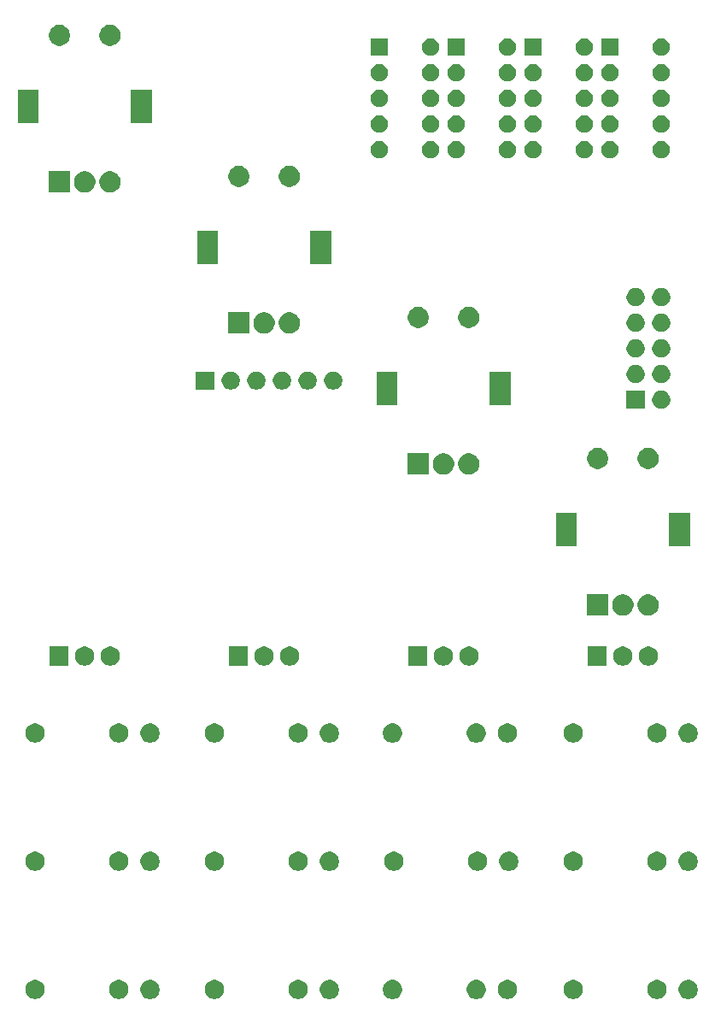
<source format=gbr>
G04 #@! TF.GenerationSoftware,KiCad,Pcbnew,5.1.6-c6e7f7d~87~ubuntu18.04.1*
G04 #@! TF.CreationDate,2020-08-19T10:21:35-04:00*
G04 #@! TF.ProjectId,quad_adsr,71756164-5f61-4647-9372-2e6b69636164,rev?*
G04 #@! TF.SameCoordinates,Original*
G04 #@! TF.FileFunction,Soldermask,Top*
G04 #@! TF.FilePolarity,Negative*
%FSLAX46Y46*%
G04 Gerber Fmt 4.6, Leading zero omitted, Abs format (unit mm)*
G04 Created by KiCad (PCBNEW 5.1.6-c6e7f7d~87~ubuntu18.04.1) date 2020-08-19 10:21:35*
%MOMM*%
%LPD*%
G01*
G04 APERTURE LIST*
%ADD10C,0.100000*%
G04 APERTURE END LIST*
D10*
G36*
X145187395Y-146405546D02*
G01*
X145360466Y-146477234D01*
X145360467Y-146477235D01*
X145516227Y-146581310D01*
X145648690Y-146713773D01*
X145648691Y-146713775D01*
X145752766Y-146869534D01*
X145824454Y-147042605D01*
X145861000Y-147226333D01*
X145861000Y-147413667D01*
X145824454Y-147597395D01*
X145752766Y-147770466D01*
X145752765Y-147770467D01*
X145648690Y-147926227D01*
X145516227Y-148058690D01*
X145437818Y-148111081D01*
X145360466Y-148162766D01*
X145187395Y-148234454D01*
X145003667Y-148271000D01*
X144816333Y-148271000D01*
X144632605Y-148234454D01*
X144459534Y-148162766D01*
X144382182Y-148111081D01*
X144303773Y-148058690D01*
X144171310Y-147926227D01*
X144067235Y-147770467D01*
X144067234Y-147770466D01*
X143995546Y-147597395D01*
X143959000Y-147413667D01*
X143959000Y-147226333D01*
X143995546Y-147042605D01*
X144067234Y-146869534D01*
X144171309Y-146713775D01*
X144171310Y-146713773D01*
X144303773Y-146581310D01*
X144459533Y-146477235D01*
X144459534Y-146477234D01*
X144632605Y-146405546D01*
X144816333Y-146369000D01*
X145003667Y-146369000D01*
X145187395Y-146405546D01*
G37*
G36*
X142087395Y-146405546D02*
G01*
X142260466Y-146477234D01*
X142260467Y-146477235D01*
X142416227Y-146581310D01*
X142548690Y-146713773D01*
X142548691Y-146713775D01*
X142652766Y-146869534D01*
X142724454Y-147042605D01*
X142761000Y-147226333D01*
X142761000Y-147413667D01*
X142724454Y-147597395D01*
X142652766Y-147770466D01*
X142652765Y-147770467D01*
X142548690Y-147926227D01*
X142416227Y-148058690D01*
X142337818Y-148111081D01*
X142260466Y-148162766D01*
X142087395Y-148234454D01*
X141903667Y-148271000D01*
X141716333Y-148271000D01*
X141532605Y-148234454D01*
X141359534Y-148162766D01*
X141282182Y-148111081D01*
X141203773Y-148058690D01*
X141071310Y-147926227D01*
X140967235Y-147770467D01*
X140967234Y-147770466D01*
X140895546Y-147597395D01*
X140859000Y-147413667D01*
X140859000Y-147226333D01*
X140895546Y-147042605D01*
X140967234Y-146869534D01*
X141071309Y-146713775D01*
X141071310Y-146713773D01*
X141203773Y-146581310D01*
X141359533Y-146477235D01*
X141359534Y-146477234D01*
X141532605Y-146405546D01*
X141716333Y-146369000D01*
X141903667Y-146369000D01*
X142087395Y-146405546D01*
G37*
G36*
X133787395Y-146405546D02*
G01*
X133960466Y-146477234D01*
X133960467Y-146477235D01*
X134116227Y-146581310D01*
X134248690Y-146713773D01*
X134248691Y-146713775D01*
X134352766Y-146869534D01*
X134424454Y-147042605D01*
X134461000Y-147226333D01*
X134461000Y-147413667D01*
X134424454Y-147597395D01*
X134352766Y-147770466D01*
X134352765Y-147770467D01*
X134248690Y-147926227D01*
X134116227Y-148058690D01*
X134037818Y-148111081D01*
X133960466Y-148162766D01*
X133787395Y-148234454D01*
X133603667Y-148271000D01*
X133416333Y-148271000D01*
X133232605Y-148234454D01*
X133059534Y-148162766D01*
X132982182Y-148111081D01*
X132903773Y-148058690D01*
X132771310Y-147926227D01*
X132667235Y-147770467D01*
X132667234Y-147770466D01*
X132595546Y-147597395D01*
X132559000Y-147413667D01*
X132559000Y-147226333D01*
X132595546Y-147042605D01*
X132667234Y-146869534D01*
X132771309Y-146713775D01*
X132771310Y-146713773D01*
X132903773Y-146581310D01*
X133059533Y-146477235D01*
X133059534Y-146477234D01*
X133232605Y-146405546D01*
X133416333Y-146369000D01*
X133603667Y-146369000D01*
X133787395Y-146405546D01*
G37*
G36*
X124177395Y-146405546D02*
G01*
X124350466Y-146477234D01*
X124350467Y-146477235D01*
X124506227Y-146581310D01*
X124638690Y-146713773D01*
X124638691Y-146713775D01*
X124742766Y-146869534D01*
X124814454Y-147042605D01*
X124851000Y-147226333D01*
X124851000Y-147413667D01*
X124814454Y-147597395D01*
X124742766Y-147770466D01*
X124742765Y-147770467D01*
X124638690Y-147926227D01*
X124506227Y-148058690D01*
X124427818Y-148111081D01*
X124350466Y-148162766D01*
X124177395Y-148234454D01*
X123993667Y-148271000D01*
X123806333Y-148271000D01*
X123622605Y-148234454D01*
X123449534Y-148162766D01*
X123372182Y-148111081D01*
X123293773Y-148058690D01*
X123161310Y-147926227D01*
X123057235Y-147770467D01*
X123057234Y-147770466D01*
X122985546Y-147597395D01*
X122949000Y-147413667D01*
X122949000Y-147226333D01*
X122985546Y-147042605D01*
X123057234Y-146869534D01*
X123161309Y-146713775D01*
X123161310Y-146713773D01*
X123293773Y-146581310D01*
X123449533Y-146477235D01*
X123449534Y-146477234D01*
X123622605Y-146405546D01*
X123806333Y-146369000D01*
X123993667Y-146369000D01*
X124177395Y-146405546D01*
G37*
G36*
X127277395Y-146405546D02*
G01*
X127450466Y-146477234D01*
X127450467Y-146477235D01*
X127606227Y-146581310D01*
X127738690Y-146713773D01*
X127738691Y-146713775D01*
X127842766Y-146869534D01*
X127914454Y-147042605D01*
X127951000Y-147226333D01*
X127951000Y-147413667D01*
X127914454Y-147597395D01*
X127842766Y-147770466D01*
X127842765Y-147770467D01*
X127738690Y-147926227D01*
X127606227Y-148058690D01*
X127527818Y-148111081D01*
X127450466Y-148162766D01*
X127277395Y-148234454D01*
X127093667Y-148271000D01*
X126906333Y-148271000D01*
X126722605Y-148234454D01*
X126549534Y-148162766D01*
X126472182Y-148111081D01*
X126393773Y-148058690D01*
X126261310Y-147926227D01*
X126157235Y-147770467D01*
X126157234Y-147770466D01*
X126085546Y-147597395D01*
X126049000Y-147413667D01*
X126049000Y-147226333D01*
X126085546Y-147042605D01*
X126157234Y-146869534D01*
X126261309Y-146713775D01*
X126261310Y-146713773D01*
X126393773Y-146581310D01*
X126549533Y-146477235D01*
X126549534Y-146477234D01*
X126722605Y-146405546D01*
X126906333Y-146369000D01*
X127093667Y-146369000D01*
X127277395Y-146405546D01*
G37*
G36*
X115877395Y-146405546D02*
G01*
X116050466Y-146477234D01*
X116050467Y-146477235D01*
X116206227Y-146581310D01*
X116338690Y-146713773D01*
X116338691Y-146713775D01*
X116442766Y-146869534D01*
X116514454Y-147042605D01*
X116551000Y-147226333D01*
X116551000Y-147413667D01*
X116514454Y-147597395D01*
X116442766Y-147770466D01*
X116442765Y-147770467D01*
X116338690Y-147926227D01*
X116206227Y-148058690D01*
X116127818Y-148111081D01*
X116050466Y-148162766D01*
X115877395Y-148234454D01*
X115693667Y-148271000D01*
X115506333Y-148271000D01*
X115322605Y-148234454D01*
X115149534Y-148162766D01*
X115072182Y-148111081D01*
X114993773Y-148058690D01*
X114861310Y-147926227D01*
X114757235Y-147770467D01*
X114757234Y-147770466D01*
X114685546Y-147597395D01*
X114649000Y-147413667D01*
X114649000Y-147226333D01*
X114685546Y-147042605D01*
X114757234Y-146869534D01*
X114861309Y-146713775D01*
X114861310Y-146713773D01*
X114993773Y-146581310D01*
X115149533Y-146477235D01*
X115149534Y-146477234D01*
X115322605Y-146405546D01*
X115506333Y-146369000D01*
X115693667Y-146369000D01*
X115877395Y-146405546D01*
G37*
G36*
X98227395Y-146405546D02*
G01*
X98400466Y-146477234D01*
X98400467Y-146477235D01*
X98556227Y-146581310D01*
X98688690Y-146713773D01*
X98688691Y-146713775D01*
X98792766Y-146869534D01*
X98864454Y-147042605D01*
X98901000Y-147226333D01*
X98901000Y-147413667D01*
X98864454Y-147597395D01*
X98792766Y-147770466D01*
X98792765Y-147770467D01*
X98688690Y-147926227D01*
X98556227Y-148058690D01*
X98477818Y-148111081D01*
X98400466Y-148162766D01*
X98227395Y-148234454D01*
X98043667Y-148271000D01*
X97856333Y-148271000D01*
X97672605Y-148234454D01*
X97499534Y-148162766D01*
X97422182Y-148111081D01*
X97343773Y-148058690D01*
X97211310Y-147926227D01*
X97107235Y-147770467D01*
X97107234Y-147770466D01*
X97035546Y-147597395D01*
X96999000Y-147413667D01*
X96999000Y-147226333D01*
X97035546Y-147042605D01*
X97107234Y-146869534D01*
X97211309Y-146713775D01*
X97211310Y-146713773D01*
X97343773Y-146581310D01*
X97499533Y-146477235D01*
X97499534Y-146477234D01*
X97672605Y-146405546D01*
X97856333Y-146369000D01*
X98043667Y-146369000D01*
X98227395Y-146405546D01*
G37*
G36*
X109627395Y-146405546D02*
G01*
X109800466Y-146477234D01*
X109800467Y-146477235D01*
X109956227Y-146581310D01*
X110088690Y-146713773D01*
X110088691Y-146713775D01*
X110192766Y-146869534D01*
X110264454Y-147042605D01*
X110301000Y-147226333D01*
X110301000Y-147413667D01*
X110264454Y-147597395D01*
X110192766Y-147770466D01*
X110192765Y-147770467D01*
X110088690Y-147926227D01*
X109956227Y-148058690D01*
X109877818Y-148111081D01*
X109800466Y-148162766D01*
X109627395Y-148234454D01*
X109443667Y-148271000D01*
X109256333Y-148271000D01*
X109072605Y-148234454D01*
X108899534Y-148162766D01*
X108822182Y-148111081D01*
X108743773Y-148058690D01*
X108611310Y-147926227D01*
X108507235Y-147770467D01*
X108507234Y-147770466D01*
X108435546Y-147597395D01*
X108399000Y-147413667D01*
X108399000Y-147226333D01*
X108435546Y-147042605D01*
X108507234Y-146869534D01*
X108611309Y-146713775D01*
X108611310Y-146713773D01*
X108743773Y-146581310D01*
X108899533Y-146477235D01*
X108899534Y-146477234D01*
X109072605Y-146405546D01*
X109256333Y-146369000D01*
X109443667Y-146369000D01*
X109627395Y-146405546D01*
G37*
G36*
X106527395Y-146405546D02*
G01*
X106700466Y-146477234D01*
X106700467Y-146477235D01*
X106856227Y-146581310D01*
X106988690Y-146713773D01*
X106988691Y-146713775D01*
X107092766Y-146869534D01*
X107164454Y-147042605D01*
X107201000Y-147226333D01*
X107201000Y-147413667D01*
X107164454Y-147597395D01*
X107092766Y-147770466D01*
X107092765Y-147770467D01*
X106988690Y-147926227D01*
X106856227Y-148058690D01*
X106777818Y-148111081D01*
X106700466Y-148162766D01*
X106527395Y-148234454D01*
X106343667Y-148271000D01*
X106156333Y-148271000D01*
X105972605Y-148234454D01*
X105799534Y-148162766D01*
X105722182Y-148111081D01*
X105643773Y-148058690D01*
X105511310Y-147926227D01*
X105407235Y-147770467D01*
X105407234Y-147770466D01*
X105335546Y-147597395D01*
X105299000Y-147413667D01*
X105299000Y-147226333D01*
X105335546Y-147042605D01*
X105407234Y-146869534D01*
X105511309Y-146713775D01*
X105511310Y-146713773D01*
X105643773Y-146581310D01*
X105799533Y-146477235D01*
X105799534Y-146477234D01*
X105972605Y-146405546D01*
X106156333Y-146369000D01*
X106343667Y-146369000D01*
X106527395Y-146405546D01*
G37*
G36*
X88747395Y-146405546D02*
G01*
X88920466Y-146477234D01*
X88920467Y-146477235D01*
X89076227Y-146581310D01*
X89208690Y-146713773D01*
X89208691Y-146713775D01*
X89312766Y-146869534D01*
X89384454Y-147042605D01*
X89421000Y-147226333D01*
X89421000Y-147413667D01*
X89384454Y-147597395D01*
X89312766Y-147770466D01*
X89312765Y-147770467D01*
X89208690Y-147926227D01*
X89076227Y-148058690D01*
X88997818Y-148111081D01*
X88920466Y-148162766D01*
X88747395Y-148234454D01*
X88563667Y-148271000D01*
X88376333Y-148271000D01*
X88192605Y-148234454D01*
X88019534Y-148162766D01*
X87942182Y-148111081D01*
X87863773Y-148058690D01*
X87731310Y-147926227D01*
X87627235Y-147770467D01*
X87627234Y-147770466D01*
X87555546Y-147597395D01*
X87519000Y-147413667D01*
X87519000Y-147226333D01*
X87555546Y-147042605D01*
X87627234Y-146869534D01*
X87731309Y-146713775D01*
X87731310Y-146713773D01*
X87863773Y-146581310D01*
X88019533Y-146477235D01*
X88019534Y-146477234D01*
X88192605Y-146405546D01*
X88376333Y-146369000D01*
X88563667Y-146369000D01*
X88747395Y-146405546D01*
G37*
G36*
X91847395Y-146405546D02*
G01*
X92020466Y-146477234D01*
X92020467Y-146477235D01*
X92176227Y-146581310D01*
X92308690Y-146713773D01*
X92308691Y-146713775D01*
X92412766Y-146869534D01*
X92484454Y-147042605D01*
X92521000Y-147226333D01*
X92521000Y-147413667D01*
X92484454Y-147597395D01*
X92412766Y-147770466D01*
X92412765Y-147770467D01*
X92308690Y-147926227D01*
X92176227Y-148058690D01*
X92097818Y-148111081D01*
X92020466Y-148162766D01*
X91847395Y-148234454D01*
X91663667Y-148271000D01*
X91476333Y-148271000D01*
X91292605Y-148234454D01*
X91119534Y-148162766D01*
X91042182Y-148111081D01*
X90963773Y-148058690D01*
X90831310Y-147926227D01*
X90727235Y-147770467D01*
X90727234Y-147770466D01*
X90655546Y-147597395D01*
X90619000Y-147413667D01*
X90619000Y-147226333D01*
X90655546Y-147042605D01*
X90727234Y-146869534D01*
X90831309Y-146713775D01*
X90831310Y-146713773D01*
X90963773Y-146581310D01*
X91119533Y-146477235D01*
X91119534Y-146477234D01*
X91292605Y-146405546D01*
X91476333Y-146369000D01*
X91663667Y-146369000D01*
X91847395Y-146405546D01*
G37*
G36*
X80447395Y-146405546D02*
G01*
X80620466Y-146477234D01*
X80620467Y-146477235D01*
X80776227Y-146581310D01*
X80908690Y-146713773D01*
X80908691Y-146713775D01*
X81012766Y-146869534D01*
X81084454Y-147042605D01*
X81121000Y-147226333D01*
X81121000Y-147413667D01*
X81084454Y-147597395D01*
X81012766Y-147770466D01*
X81012765Y-147770467D01*
X80908690Y-147926227D01*
X80776227Y-148058690D01*
X80697818Y-148111081D01*
X80620466Y-148162766D01*
X80447395Y-148234454D01*
X80263667Y-148271000D01*
X80076333Y-148271000D01*
X79892605Y-148234454D01*
X79719534Y-148162766D01*
X79642182Y-148111081D01*
X79563773Y-148058690D01*
X79431310Y-147926227D01*
X79327235Y-147770467D01*
X79327234Y-147770466D01*
X79255546Y-147597395D01*
X79219000Y-147413667D01*
X79219000Y-147226333D01*
X79255546Y-147042605D01*
X79327234Y-146869534D01*
X79431309Y-146713775D01*
X79431310Y-146713773D01*
X79563773Y-146581310D01*
X79719533Y-146477235D01*
X79719534Y-146477234D01*
X79892605Y-146405546D01*
X80076333Y-146369000D01*
X80263667Y-146369000D01*
X80447395Y-146405546D01*
G37*
G36*
X133787395Y-133705546D02*
G01*
X133960466Y-133777234D01*
X133960467Y-133777235D01*
X134116227Y-133881310D01*
X134248690Y-134013773D01*
X134248691Y-134013775D01*
X134352766Y-134169534D01*
X134424454Y-134342605D01*
X134461000Y-134526333D01*
X134461000Y-134713667D01*
X134424454Y-134897395D01*
X134352766Y-135070466D01*
X134352765Y-135070467D01*
X134248690Y-135226227D01*
X134116227Y-135358690D01*
X134037818Y-135411081D01*
X133960466Y-135462766D01*
X133787395Y-135534454D01*
X133603667Y-135571000D01*
X133416333Y-135571000D01*
X133232605Y-135534454D01*
X133059534Y-135462766D01*
X132982182Y-135411081D01*
X132903773Y-135358690D01*
X132771310Y-135226227D01*
X132667235Y-135070467D01*
X132667234Y-135070466D01*
X132595546Y-134897395D01*
X132559000Y-134713667D01*
X132559000Y-134526333D01*
X132595546Y-134342605D01*
X132667234Y-134169534D01*
X132771309Y-134013775D01*
X132771310Y-134013773D01*
X132903773Y-133881310D01*
X133059533Y-133777235D01*
X133059534Y-133777234D01*
X133232605Y-133705546D01*
X133416333Y-133669000D01*
X133603667Y-133669000D01*
X133787395Y-133705546D01*
G37*
G36*
X98227395Y-133705546D02*
G01*
X98400466Y-133777234D01*
X98400467Y-133777235D01*
X98556227Y-133881310D01*
X98688690Y-134013773D01*
X98688691Y-134013775D01*
X98792766Y-134169534D01*
X98864454Y-134342605D01*
X98901000Y-134526333D01*
X98901000Y-134713667D01*
X98864454Y-134897395D01*
X98792766Y-135070466D01*
X98792765Y-135070467D01*
X98688690Y-135226227D01*
X98556227Y-135358690D01*
X98477818Y-135411081D01*
X98400466Y-135462766D01*
X98227395Y-135534454D01*
X98043667Y-135571000D01*
X97856333Y-135571000D01*
X97672605Y-135534454D01*
X97499534Y-135462766D01*
X97422182Y-135411081D01*
X97343773Y-135358690D01*
X97211310Y-135226227D01*
X97107235Y-135070467D01*
X97107234Y-135070466D01*
X97035546Y-134897395D01*
X96999000Y-134713667D01*
X96999000Y-134526333D01*
X97035546Y-134342605D01*
X97107234Y-134169534D01*
X97211309Y-134013775D01*
X97211310Y-134013773D01*
X97343773Y-133881310D01*
X97499533Y-133777235D01*
X97499534Y-133777234D01*
X97672605Y-133705546D01*
X97856333Y-133669000D01*
X98043667Y-133669000D01*
X98227395Y-133705546D01*
G37*
G36*
X109627395Y-133705546D02*
G01*
X109800466Y-133777234D01*
X109800467Y-133777235D01*
X109956227Y-133881310D01*
X110088690Y-134013773D01*
X110088691Y-134013775D01*
X110192766Y-134169534D01*
X110264454Y-134342605D01*
X110301000Y-134526333D01*
X110301000Y-134713667D01*
X110264454Y-134897395D01*
X110192766Y-135070466D01*
X110192765Y-135070467D01*
X110088690Y-135226227D01*
X109956227Y-135358690D01*
X109877818Y-135411081D01*
X109800466Y-135462766D01*
X109627395Y-135534454D01*
X109443667Y-135571000D01*
X109256333Y-135571000D01*
X109072605Y-135534454D01*
X108899534Y-135462766D01*
X108822182Y-135411081D01*
X108743773Y-135358690D01*
X108611310Y-135226227D01*
X108507235Y-135070467D01*
X108507234Y-135070466D01*
X108435546Y-134897395D01*
X108399000Y-134713667D01*
X108399000Y-134526333D01*
X108435546Y-134342605D01*
X108507234Y-134169534D01*
X108611309Y-134013775D01*
X108611310Y-134013773D01*
X108743773Y-133881310D01*
X108899533Y-133777235D01*
X108899534Y-133777234D01*
X109072605Y-133705546D01*
X109256333Y-133669000D01*
X109443667Y-133669000D01*
X109627395Y-133705546D01*
G37*
G36*
X106527395Y-133705546D02*
G01*
X106700466Y-133777234D01*
X106700467Y-133777235D01*
X106856227Y-133881310D01*
X106988690Y-134013773D01*
X106988691Y-134013775D01*
X107092766Y-134169534D01*
X107164454Y-134342605D01*
X107201000Y-134526333D01*
X107201000Y-134713667D01*
X107164454Y-134897395D01*
X107092766Y-135070466D01*
X107092765Y-135070467D01*
X106988690Y-135226227D01*
X106856227Y-135358690D01*
X106777818Y-135411081D01*
X106700466Y-135462766D01*
X106527395Y-135534454D01*
X106343667Y-135571000D01*
X106156333Y-135571000D01*
X105972605Y-135534454D01*
X105799534Y-135462766D01*
X105722182Y-135411081D01*
X105643773Y-135358690D01*
X105511310Y-135226227D01*
X105407235Y-135070467D01*
X105407234Y-135070466D01*
X105335546Y-134897395D01*
X105299000Y-134713667D01*
X105299000Y-134526333D01*
X105335546Y-134342605D01*
X105407234Y-134169534D01*
X105511309Y-134013775D01*
X105511310Y-134013773D01*
X105643773Y-133881310D01*
X105799533Y-133777235D01*
X105799534Y-133777234D01*
X105972605Y-133705546D01*
X106156333Y-133669000D01*
X106343667Y-133669000D01*
X106527395Y-133705546D01*
G37*
G36*
X80447395Y-133705546D02*
G01*
X80620466Y-133777234D01*
X80620467Y-133777235D01*
X80776227Y-133881310D01*
X80908690Y-134013773D01*
X80908691Y-134013775D01*
X81012766Y-134169534D01*
X81084454Y-134342605D01*
X81121000Y-134526333D01*
X81121000Y-134713667D01*
X81084454Y-134897395D01*
X81012766Y-135070466D01*
X81012765Y-135070467D01*
X80908690Y-135226227D01*
X80776227Y-135358690D01*
X80697818Y-135411081D01*
X80620466Y-135462766D01*
X80447395Y-135534454D01*
X80263667Y-135571000D01*
X80076333Y-135571000D01*
X79892605Y-135534454D01*
X79719534Y-135462766D01*
X79642182Y-135411081D01*
X79563773Y-135358690D01*
X79431310Y-135226227D01*
X79327235Y-135070467D01*
X79327234Y-135070466D01*
X79255546Y-134897395D01*
X79219000Y-134713667D01*
X79219000Y-134526333D01*
X79255546Y-134342605D01*
X79327234Y-134169534D01*
X79431309Y-134013775D01*
X79431310Y-134013773D01*
X79563773Y-133881310D01*
X79719533Y-133777235D01*
X79719534Y-133777234D01*
X79892605Y-133705546D01*
X80076333Y-133669000D01*
X80263667Y-133669000D01*
X80447395Y-133705546D01*
G37*
G36*
X91847395Y-133705546D02*
G01*
X92020466Y-133777234D01*
X92020467Y-133777235D01*
X92176227Y-133881310D01*
X92308690Y-134013773D01*
X92308691Y-134013775D01*
X92412766Y-134169534D01*
X92484454Y-134342605D01*
X92521000Y-134526333D01*
X92521000Y-134713667D01*
X92484454Y-134897395D01*
X92412766Y-135070466D01*
X92412765Y-135070467D01*
X92308690Y-135226227D01*
X92176227Y-135358690D01*
X92097818Y-135411081D01*
X92020466Y-135462766D01*
X91847395Y-135534454D01*
X91663667Y-135571000D01*
X91476333Y-135571000D01*
X91292605Y-135534454D01*
X91119534Y-135462766D01*
X91042182Y-135411081D01*
X90963773Y-135358690D01*
X90831310Y-135226227D01*
X90727235Y-135070467D01*
X90727234Y-135070466D01*
X90655546Y-134897395D01*
X90619000Y-134713667D01*
X90619000Y-134526333D01*
X90655546Y-134342605D01*
X90727234Y-134169534D01*
X90831309Y-134013775D01*
X90831310Y-134013773D01*
X90963773Y-133881310D01*
X91119533Y-133777235D01*
X91119534Y-133777234D01*
X91292605Y-133705546D01*
X91476333Y-133669000D01*
X91663667Y-133669000D01*
X91847395Y-133705546D01*
G37*
G36*
X88747395Y-133705546D02*
G01*
X88920466Y-133777234D01*
X88920467Y-133777235D01*
X89076227Y-133881310D01*
X89208690Y-134013773D01*
X89208691Y-134013775D01*
X89312766Y-134169534D01*
X89384454Y-134342605D01*
X89421000Y-134526333D01*
X89421000Y-134713667D01*
X89384454Y-134897395D01*
X89312766Y-135070466D01*
X89312765Y-135070467D01*
X89208690Y-135226227D01*
X89076227Y-135358690D01*
X88997818Y-135411081D01*
X88920466Y-135462766D01*
X88747395Y-135534454D01*
X88563667Y-135571000D01*
X88376333Y-135571000D01*
X88192605Y-135534454D01*
X88019534Y-135462766D01*
X87942182Y-135411081D01*
X87863773Y-135358690D01*
X87731310Y-135226227D01*
X87627235Y-135070467D01*
X87627234Y-135070466D01*
X87555546Y-134897395D01*
X87519000Y-134713667D01*
X87519000Y-134526333D01*
X87555546Y-134342605D01*
X87627234Y-134169534D01*
X87731309Y-134013775D01*
X87731310Y-134013773D01*
X87863773Y-133881310D01*
X88019533Y-133777235D01*
X88019534Y-133777234D01*
X88192605Y-133705546D01*
X88376333Y-133669000D01*
X88563667Y-133669000D01*
X88747395Y-133705546D01*
G37*
G36*
X116007395Y-133705546D02*
G01*
X116180466Y-133777234D01*
X116180467Y-133777235D01*
X116336227Y-133881310D01*
X116468690Y-134013773D01*
X116468691Y-134013775D01*
X116572766Y-134169534D01*
X116644454Y-134342605D01*
X116681000Y-134526333D01*
X116681000Y-134713667D01*
X116644454Y-134897395D01*
X116572766Y-135070466D01*
X116572765Y-135070467D01*
X116468690Y-135226227D01*
X116336227Y-135358690D01*
X116257818Y-135411081D01*
X116180466Y-135462766D01*
X116007395Y-135534454D01*
X115823667Y-135571000D01*
X115636333Y-135571000D01*
X115452605Y-135534454D01*
X115279534Y-135462766D01*
X115202182Y-135411081D01*
X115123773Y-135358690D01*
X114991310Y-135226227D01*
X114887235Y-135070467D01*
X114887234Y-135070466D01*
X114815546Y-134897395D01*
X114779000Y-134713667D01*
X114779000Y-134526333D01*
X114815546Y-134342605D01*
X114887234Y-134169534D01*
X114991309Y-134013775D01*
X114991310Y-134013773D01*
X115123773Y-133881310D01*
X115279533Y-133777235D01*
X115279534Y-133777234D01*
X115452605Y-133705546D01*
X115636333Y-133669000D01*
X115823667Y-133669000D01*
X116007395Y-133705546D01*
G37*
G36*
X124307395Y-133705546D02*
G01*
X124480466Y-133777234D01*
X124480467Y-133777235D01*
X124636227Y-133881310D01*
X124768690Y-134013773D01*
X124768691Y-134013775D01*
X124872766Y-134169534D01*
X124944454Y-134342605D01*
X124981000Y-134526333D01*
X124981000Y-134713667D01*
X124944454Y-134897395D01*
X124872766Y-135070466D01*
X124872765Y-135070467D01*
X124768690Y-135226227D01*
X124636227Y-135358690D01*
X124557818Y-135411081D01*
X124480466Y-135462766D01*
X124307395Y-135534454D01*
X124123667Y-135571000D01*
X123936333Y-135571000D01*
X123752605Y-135534454D01*
X123579534Y-135462766D01*
X123502182Y-135411081D01*
X123423773Y-135358690D01*
X123291310Y-135226227D01*
X123187235Y-135070467D01*
X123187234Y-135070466D01*
X123115546Y-134897395D01*
X123079000Y-134713667D01*
X123079000Y-134526333D01*
X123115546Y-134342605D01*
X123187234Y-134169534D01*
X123291309Y-134013775D01*
X123291310Y-134013773D01*
X123423773Y-133881310D01*
X123579533Y-133777235D01*
X123579534Y-133777234D01*
X123752605Y-133705546D01*
X123936333Y-133669000D01*
X124123667Y-133669000D01*
X124307395Y-133705546D01*
G37*
G36*
X145187395Y-133705546D02*
G01*
X145360466Y-133777234D01*
X145360467Y-133777235D01*
X145516227Y-133881310D01*
X145648690Y-134013773D01*
X145648691Y-134013775D01*
X145752766Y-134169534D01*
X145824454Y-134342605D01*
X145861000Y-134526333D01*
X145861000Y-134713667D01*
X145824454Y-134897395D01*
X145752766Y-135070466D01*
X145752765Y-135070467D01*
X145648690Y-135226227D01*
X145516227Y-135358690D01*
X145437818Y-135411081D01*
X145360466Y-135462766D01*
X145187395Y-135534454D01*
X145003667Y-135571000D01*
X144816333Y-135571000D01*
X144632605Y-135534454D01*
X144459534Y-135462766D01*
X144382182Y-135411081D01*
X144303773Y-135358690D01*
X144171310Y-135226227D01*
X144067235Y-135070467D01*
X144067234Y-135070466D01*
X143995546Y-134897395D01*
X143959000Y-134713667D01*
X143959000Y-134526333D01*
X143995546Y-134342605D01*
X144067234Y-134169534D01*
X144171309Y-134013775D01*
X144171310Y-134013773D01*
X144303773Y-133881310D01*
X144459533Y-133777235D01*
X144459534Y-133777234D01*
X144632605Y-133705546D01*
X144816333Y-133669000D01*
X145003667Y-133669000D01*
X145187395Y-133705546D01*
G37*
G36*
X127407395Y-133705546D02*
G01*
X127580466Y-133777234D01*
X127580467Y-133777235D01*
X127736227Y-133881310D01*
X127868690Y-134013773D01*
X127868691Y-134013775D01*
X127972766Y-134169534D01*
X128044454Y-134342605D01*
X128081000Y-134526333D01*
X128081000Y-134713667D01*
X128044454Y-134897395D01*
X127972766Y-135070466D01*
X127972765Y-135070467D01*
X127868690Y-135226227D01*
X127736227Y-135358690D01*
X127657818Y-135411081D01*
X127580466Y-135462766D01*
X127407395Y-135534454D01*
X127223667Y-135571000D01*
X127036333Y-135571000D01*
X126852605Y-135534454D01*
X126679534Y-135462766D01*
X126602182Y-135411081D01*
X126523773Y-135358690D01*
X126391310Y-135226227D01*
X126287235Y-135070467D01*
X126287234Y-135070466D01*
X126215546Y-134897395D01*
X126179000Y-134713667D01*
X126179000Y-134526333D01*
X126215546Y-134342605D01*
X126287234Y-134169534D01*
X126391309Y-134013775D01*
X126391310Y-134013773D01*
X126523773Y-133881310D01*
X126679533Y-133777235D01*
X126679534Y-133777234D01*
X126852605Y-133705546D01*
X127036333Y-133669000D01*
X127223667Y-133669000D01*
X127407395Y-133705546D01*
G37*
G36*
X142087395Y-133705546D02*
G01*
X142260466Y-133777234D01*
X142260467Y-133777235D01*
X142416227Y-133881310D01*
X142548690Y-134013773D01*
X142548691Y-134013775D01*
X142652766Y-134169534D01*
X142724454Y-134342605D01*
X142761000Y-134526333D01*
X142761000Y-134713667D01*
X142724454Y-134897395D01*
X142652766Y-135070466D01*
X142652765Y-135070467D01*
X142548690Y-135226227D01*
X142416227Y-135358690D01*
X142337818Y-135411081D01*
X142260466Y-135462766D01*
X142087395Y-135534454D01*
X141903667Y-135571000D01*
X141716333Y-135571000D01*
X141532605Y-135534454D01*
X141359534Y-135462766D01*
X141282182Y-135411081D01*
X141203773Y-135358690D01*
X141071310Y-135226227D01*
X140967235Y-135070467D01*
X140967234Y-135070466D01*
X140895546Y-134897395D01*
X140859000Y-134713667D01*
X140859000Y-134526333D01*
X140895546Y-134342605D01*
X140967234Y-134169534D01*
X141071309Y-134013775D01*
X141071310Y-134013773D01*
X141203773Y-133881310D01*
X141359533Y-133777235D01*
X141359534Y-133777234D01*
X141532605Y-133705546D01*
X141716333Y-133669000D01*
X141903667Y-133669000D01*
X142087395Y-133705546D01*
G37*
G36*
X109627395Y-121005546D02*
G01*
X109800466Y-121077234D01*
X109800467Y-121077235D01*
X109956227Y-121181310D01*
X110088690Y-121313773D01*
X110088691Y-121313775D01*
X110192766Y-121469534D01*
X110264454Y-121642605D01*
X110301000Y-121826333D01*
X110301000Y-122013667D01*
X110264454Y-122197395D01*
X110192766Y-122370466D01*
X110192765Y-122370467D01*
X110088690Y-122526227D01*
X109956227Y-122658690D01*
X109877818Y-122711081D01*
X109800466Y-122762766D01*
X109627395Y-122834454D01*
X109443667Y-122871000D01*
X109256333Y-122871000D01*
X109072605Y-122834454D01*
X108899534Y-122762766D01*
X108822182Y-122711081D01*
X108743773Y-122658690D01*
X108611310Y-122526227D01*
X108507235Y-122370467D01*
X108507234Y-122370466D01*
X108435546Y-122197395D01*
X108399000Y-122013667D01*
X108399000Y-121826333D01*
X108435546Y-121642605D01*
X108507234Y-121469534D01*
X108611309Y-121313775D01*
X108611310Y-121313773D01*
X108743773Y-121181310D01*
X108899533Y-121077235D01*
X108899534Y-121077234D01*
X109072605Y-121005546D01*
X109256333Y-120969000D01*
X109443667Y-120969000D01*
X109627395Y-121005546D01*
G37*
G36*
X127277395Y-121005546D02*
G01*
X127450466Y-121077234D01*
X127450467Y-121077235D01*
X127606227Y-121181310D01*
X127738690Y-121313773D01*
X127738691Y-121313775D01*
X127842766Y-121469534D01*
X127914454Y-121642605D01*
X127951000Y-121826333D01*
X127951000Y-122013667D01*
X127914454Y-122197395D01*
X127842766Y-122370466D01*
X127842765Y-122370467D01*
X127738690Y-122526227D01*
X127606227Y-122658690D01*
X127527818Y-122711081D01*
X127450466Y-122762766D01*
X127277395Y-122834454D01*
X127093667Y-122871000D01*
X126906333Y-122871000D01*
X126722605Y-122834454D01*
X126549534Y-122762766D01*
X126472182Y-122711081D01*
X126393773Y-122658690D01*
X126261310Y-122526227D01*
X126157235Y-122370467D01*
X126157234Y-122370466D01*
X126085546Y-122197395D01*
X126049000Y-122013667D01*
X126049000Y-121826333D01*
X126085546Y-121642605D01*
X126157234Y-121469534D01*
X126261309Y-121313775D01*
X126261310Y-121313773D01*
X126393773Y-121181310D01*
X126549533Y-121077235D01*
X126549534Y-121077234D01*
X126722605Y-121005546D01*
X126906333Y-120969000D01*
X127093667Y-120969000D01*
X127277395Y-121005546D01*
G37*
G36*
X124177395Y-121005546D02*
G01*
X124350466Y-121077234D01*
X124350467Y-121077235D01*
X124506227Y-121181310D01*
X124638690Y-121313773D01*
X124638691Y-121313775D01*
X124742766Y-121469534D01*
X124814454Y-121642605D01*
X124851000Y-121826333D01*
X124851000Y-122013667D01*
X124814454Y-122197395D01*
X124742766Y-122370466D01*
X124742765Y-122370467D01*
X124638690Y-122526227D01*
X124506227Y-122658690D01*
X124427818Y-122711081D01*
X124350466Y-122762766D01*
X124177395Y-122834454D01*
X123993667Y-122871000D01*
X123806333Y-122871000D01*
X123622605Y-122834454D01*
X123449534Y-122762766D01*
X123372182Y-122711081D01*
X123293773Y-122658690D01*
X123161310Y-122526227D01*
X123057235Y-122370467D01*
X123057234Y-122370466D01*
X122985546Y-122197395D01*
X122949000Y-122013667D01*
X122949000Y-121826333D01*
X122985546Y-121642605D01*
X123057234Y-121469534D01*
X123161309Y-121313775D01*
X123161310Y-121313773D01*
X123293773Y-121181310D01*
X123449533Y-121077235D01*
X123449534Y-121077234D01*
X123622605Y-121005546D01*
X123806333Y-120969000D01*
X123993667Y-120969000D01*
X124177395Y-121005546D01*
G37*
G36*
X115877395Y-121005546D02*
G01*
X116050466Y-121077234D01*
X116050467Y-121077235D01*
X116206227Y-121181310D01*
X116338690Y-121313773D01*
X116338691Y-121313775D01*
X116442766Y-121469534D01*
X116514454Y-121642605D01*
X116551000Y-121826333D01*
X116551000Y-122013667D01*
X116514454Y-122197395D01*
X116442766Y-122370466D01*
X116442765Y-122370467D01*
X116338690Y-122526227D01*
X116206227Y-122658690D01*
X116127818Y-122711081D01*
X116050466Y-122762766D01*
X115877395Y-122834454D01*
X115693667Y-122871000D01*
X115506333Y-122871000D01*
X115322605Y-122834454D01*
X115149534Y-122762766D01*
X115072182Y-122711081D01*
X114993773Y-122658690D01*
X114861310Y-122526227D01*
X114757235Y-122370467D01*
X114757234Y-122370466D01*
X114685546Y-122197395D01*
X114649000Y-122013667D01*
X114649000Y-121826333D01*
X114685546Y-121642605D01*
X114757234Y-121469534D01*
X114861309Y-121313775D01*
X114861310Y-121313773D01*
X114993773Y-121181310D01*
X115149533Y-121077235D01*
X115149534Y-121077234D01*
X115322605Y-121005546D01*
X115506333Y-120969000D01*
X115693667Y-120969000D01*
X115877395Y-121005546D01*
G37*
G36*
X106527395Y-121005546D02*
G01*
X106700466Y-121077234D01*
X106700467Y-121077235D01*
X106856227Y-121181310D01*
X106988690Y-121313773D01*
X106988691Y-121313775D01*
X107092766Y-121469534D01*
X107164454Y-121642605D01*
X107201000Y-121826333D01*
X107201000Y-122013667D01*
X107164454Y-122197395D01*
X107092766Y-122370466D01*
X107092765Y-122370467D01*
X106988690Y-122526227D01*
X106856227Y-122658690D01*
X106777818Y-122711081D01*
X106700466Y-122762766D01*
X106527395Y-122834454D01*
X106343667Y-122871000D01*
X106156333Y-122871000D01*
X105972605Y-122834454D01*
X105799534Y-122762766D01*
X105722182Y-122711081D01*
X105643773Y-122658690D01*
X105511310Y-122526227D01*
X105407235Y-122370467D01*
X105407234Y-122370466D01*
X105335546Y-122197395D01*
X105299000Y-122013667D01*
X105299000Y-121826333D01*
X105335546Y-121642605D01*
X105407234Y-121469534D01*
X105511309Y-121313775D01*
X105511310Y-121313773D01*
X105643773Y-121181310D01*
X105799533Y-121077235D01*
X105799534Y-121077234D01*
X105972605Y-121005546D01*
X106156333Y-120969000D01*
X106343667Y-120969000D01*
X106527395Y-121005546D01*
G37*
G36*
X98227395Y-121005546D02*
G01*
X98400466Y-121077234D01*
X98400467Y-121077235D01*
X98556227Y-121181310D01*
X98688690Y-121313773D01*
X98688691Y-121313775D01*
X98792766Y-121469534D01*
X98864454Y-121642605D01*
X98901000Y-121826333D01*
X98901000Y-122013667D01*
X98864454Y-122197395D01*
X98792766Y-122370466D01*
X98792765Y-122370467D01*
X98688690Y-122526227D01*
X98556227Y-122658690D01*
X98477818Y-122711081D01*
X98400466Y-122762766D01*
X98227395Y-122834454D01*
X98043667Y-122871000D01*
X97856333Y-122871000D01*
X97672605Y-122834454D01*
X97499534Y-122762766D01*
X97422182Y-122711081D01*
X97343773Y-122658690D01*
X97211310Y-122526227D01*
X97107235Y-122370467D01*
X97107234Y-122370466D01*
X97035546Y-122197395D01*
X96999000Y-122013667D01*
X96999000Y-121826333D01*
X97035546Y-121642605D01*
X97107234Y-121469534D01*
X97211309Y-121313775D01*
X97211310Y-121313773D01*
X97343773Y-121181310D01*
X97499533Y-121077235D01*
X97499534Y-121077234D01*
X97672605Y-121005546D01*
X97856333Y-120969000D01*
X98043667Y-120969000D01*
X98227395Y-121005546D01*
G37*
G36*
X142087395Y-121005546D02*
G01*
X142260466Y-121077234D01*
X142260467Y-121077235D01*
X142416227Y-121181310D01*
X142548690Y-121313773D01*
X142548691Y-121313775D01*
X142652766Y-121469534D01*
X142724454Y-121642605D01*
X142761000Y-121826333D01*
X142761000Y-122013667D01*
X142724454Y-122197395D01*
X142652766Y-122370466D01*
X142652765Y-122370467D01*
X142548690Y-122526227D01*
X142416227Y-122658690D01*
X142337818Y-122711081D01*
X142260466Y-122762766D01*
X142087395Y-122834454D01*
X141903667Y-122871000D01*
X141716333Y-122871000D01*
X141532605Y-122834454D01*
X141359534Y-122762766D01*
X141282182Y-122711081D01*
X141203773Y-122658690D01*
X141071310Y-122526227D01*
X140967235Y-122370467D01*
X140967234Y-122370466D01*
X140895546Y-122197395D01*
X140859000Y-122013667D01*
X140859000Y-121826333D01*
X140895546Y-121642605D01*
X140967234Y-121469534D01*
X141071309Y-121313775D01*
X141071310Y-121313773D01*
X141203773Y-121181310D01*
X141359533Y-121077235D01*
X141359534Y-121077234D01*
X141532605Y-121005546D01*
X141716333Y-120969000D01*
X141903667Y-120969000D01*
X142087395Y-121005546D01*
G37*
G36*
X91847395Y-121005546D02*
G01*
X92020466Y-121077234D01*
X92020467Y-121077235D01*
X92176227Y-121181310D01*
X92308690Y-121313773D01*
X92308691Y-121313775D01*
X92412766Y-121469534D01*
X92484454Y-121642605D01*
X92521000Y-121826333D01*
X92521000Y-122013667D01*
X92484454Y-122197395D01*
X92412766Y-122370466D01*
X92412765Y-122370467D01*
X92308690Y-122526227D01*
X92176227Y-122658690D01*
X92097818Y-122711081D01*
X92020466Y-122762766D01*
X91847395Y-122834454D01*
X91663667Y-122871000D01*
X91476333Y-122871000D01*
X91292605Y-122834454D01*
X91119534Y-122762766D01*
X91042182Y-122711081D01*
X90963773Y-122658690D01*
X90831310Y-122526227D01*
X90727235Y-122370467D01*
X90727234Y-122370466D01*
X90655546Y-122197395D01*
X90619000Y-122013667D01*
X90619000Y-121826333D01*
X90655546Y-121642605D01*
X90727234Y-121469534D01*
X90831309Y-121313775D01*
X90831310Y-121313773D01*
X90963773Y-121181310D01*
X91119533Y-121077235D01*
X91119534Y-121077234D01*
X91292605Y-121005546D01*
X91476333Y-120969000D01*
X91663667Y-120969000D01*
X91847395Y-121005546D01*
G37*
G36*
X145187395Y-121005546D02*
G01*
X145360466Y-121077234D01*
X145360467Y-121077235D01*
X145516227Y-121181310D01*
X145648690Y-121313773D01*
X145648691Y-121313775D01*
X145752766Y-121469534D01*
X145824454Y-121642605D01*
X145861000Y-121826333D01*
X145861000Y-122013667D01*
X145824454Y-122197395D01*
X145752766Y-122370466D01*
X145752765Y-122370467D01*
X145648690Y-122526227D01*
X145516227Y-122658690D01*
X145437818Y-122711081D01*
X145360466Y-122762766D01*
X145187395Y-122834454D01*
X145003667Y-122871000D01*
X144816333Y-122871000D01*
X144632605Y-122834454D01*
X144459534Y-122762766D01*
X144382182Y-122711081D01*
X144303773Y-122658690D01*
X144171310Y-122526227D01*
X144067235Y-122370467D01*
X144067234Y-122370466D01*
X143995546Y-122197395D01*
X143959000Y-122013667D01*
X143959000Y-121826333D01*
X143995546Y-121642605D01*
X144067234Y-121469534D01*
X144171309Y-121313775D01*
X144171310Y-121313773D01*
X144303773Y-121181310D01*
X144459533Y-121077235D01*
X144459534Y-121077234D01*
X144632605Y-121005546D01*
X144816333Y-120969000D01*
X145003667Y-120969000D01*
X145187395Y-121005546D01*
G37*
G36*
X80447395Y-121005546D02*
G01*
X80620466Y-121077234D01*
X80620467Y-121077235D01*
X80776227Y-121181310D01*
X80908690Y-121313773D01*
X80908691Y-121313775D01*
X81012766Y-121469534D01*
X81084454Y-121642605D01*
X81121000Y-121826333D01*
X81121000Y-122013667D01*
X81084454Y-122197395D01*
X81012766Y-122370466D01*
X81012765Y-122370467D01*
X80908690Y-122526227D01*
X80776227Y-122658690D01*
X80697818Y-122711081D01*
X80620466Y-122762766D01*
X80447395Y-122834454D01*
X80263667Y-122871000D01*
X80076333Y-122871000D01*
X79892605Y-122834454D01*
X79719534Y-122762766D01*
X79642182Y-122711081D01*
X79563773Y-122658690D01*
X79431310Y-122526227D01*
X79327235Y-122370467D01*
X79327234Y-122370466D01*
X79255546Y-122197395D01*
X79219000Y-122013667D01*
X79219000Y-121826333D01*
X79255546Y-121642605D01*
X79327234Y-121469534D01*
X79431309Y-121313775D01*
X79431310Y-121313773D01*
X79563773Y-121181310D01*
X79719533Y-121077235D01*
X79719534Y-121077234D01*
X79892605Y-121005546D01*
X80076333Y-120969000D01*
X80263667Y-120969000D01*
X80447395Y-121005546D01*
G37*
G36*
X133787395Y-121005546D02*
G01*
X133960466Y-121077234D01*
X133960467Y-121077235D01*
X134116227Y-121181310D01*
X134248690Y-121313773D01*
X134248691Y-121313775D01*
X134352766Y-121469534D01*
X134424454Y-121642605D01*
X134461000Y-121826333D01*
X134461000Y-122013667D01*
X134424454Y-122197395D01*
X134352766Y-122370466D01*
X134352765Y-122370467D01*
X134248690Y-122526227D01*
X134116227Y-122658690D01*
X134037818Y-122711081D01*
X133960466Y-122762766D01*
X133787395Y-122834454D01*
X133603667Y-122871000D01*
X133416333Y-122871000D01*
X133232605Y-122834454D01*
X133059534Y-122762766D01*
X132982182Y-122711081D01*
X132903773Y-122658690D01*
X132771310Y-122526227D01*
X132667235Y-122370467D01*
X132667234Y-122370466D01*
X132595546Y-122197395D01*
X132559000Y-122013667D01*
X132559000Y-121826333D01*
X132595546Y-121642605D01*
X132667234Y-121469534D01*
X132771309Y-121313775D01*
X132771310Y-121313773D01*
X132903773Y-121181310D01*
X133059533Y-121077235D01*
X133059534Y-121077234D01*
X133232605Y-121005546D01*
X133416333Y-120969000D01*
X133603667Y-120969000D01*
X133787395Y-121005546D01*
G37*
G36*
X88747395Y-121005546D02*
G01*
X88920466Y-121077234D01*
X88920467Y-121077235D01*
X89076227Y-121181310D01*
X89208690Y-121313773D01*
X89208691Y-121313775D01*
X89312766Y-121469534D01*
X89384454Y-121642605D01*
X89421000Y-121826333D01*
X89421000Y-122013667D01*
X89384454Y-122197395D01*
X89312766Y-122370466D01*
X89312765Y-122370467D01*
X89208690Y-122526227D01*
X89076227Y-122658690D01*
X88997818Y-122711081D01*
X88920466Y-122762766D01*
X88747395Y-122834454D01*
X88563667Y-122871000D01*
X88376333Y-122871000D01*
X88192605Y-122834454D01*
X88019534Y-122762766D01*
X87942182Y-122711081D01*
X87863773Y-122658690D01*
X87731310Y-122526227D01*
X87627235Y-122370467D01*
X87627234Y-122370466D01*
X87555546Y-122197395D01*
X87519000Y-122013667D01*
X87519000Y-121826333D01*
X87555546Y-121642605D01*
X87627234Y-121469534D01*
X87731309Y-121313775D01*
X87731310Y-121313773D01*
X87863773Y-121181310D01*
X88019533Y-121077235D01*
X88019534Y-121077234D01*
X88192605Y-121005546D01*
X88376333Y-120969000D01*
X88563667Y-120969000D01*
X88747395Y-121005546D01*
G37*
G36*
X136841000Y-115251000D02*
G01*
X134939000Y-115251000D01*
X134939000Y-113349000D01*
X136841000Y-113349000D01*
X136841000Y-115251000D01*
G37*
G36*
X138707395Y-113385546D02*
G01*
X138880466Y-113457234D01*
X138880467Y-113457235D01*
X139036227Y-113561310D01*
X139168690Y-113693773D01*
X139168691Y-113693775D01*
X139272766Y-113849534D01*
X139344454Y-114022605D01*
X139381000Y-114206333D01*
X139381000Y-114393667D01*
X139344454Y-114577395D01*
X139272766Y-114750466D01*
X139272765Y-114750467D01*
X139168690Y-114906227D01*
X139036227Y-115038690D01*
X138957818Y-115091081D01*
X138880466Y-115142766D01*
X138707395Y-115214454D01*
X138523667Y-115251000D01*
X138336333Y-115251000D01*
X138152605Y-115214454D01*
X137979534Y-115142766D01*
X137902182Y-115091081D01*
X137823773Y-115038690D01*
X137691310Y-114906227D01*
X137587235Y-114750467D01*
X137587234Y-114750466D01*
X137515546Y-114577395D01*
X137479000Y-114393667D01*
X137479000Y-114206333D01*
X137515546Y-114022605D01*
X137587234Y-113849534D01*
X137691309Y-113693775D01*
X137691310Y-113693773D01*
X137823773Y-113561310D01*
X137979533Y-113457235D01*
X137979534Y-113457234D01*
X138152605Y-113385546D01*
X138336333Y-113349000D01*
X138523667Y-113349000D01*
X138707395Y-113385546D01*
G37*
G36*
X141247395Y-113385546D02*
G01*
X141420466Y-113457234D01*
X141420467Y-113457235D01*
X141576227Y-113561310D01*
X141708690Y-113693773D01*
X141708691Y-113693775D01*
X141812766Y-113849534D01*
X141884454Y-114022605D01*
X141921000Y-114206333D01*
X141921000Y-114393667D01*
X141884454Y-114577395D01*
X141812766Y-114750466D01*
X141812765Y-114750467D01*
X141708690Y-114906227D01*
X141576227Y-115038690D01*
X141497818Y-115091081D01*
X141420466Y-115142766D01*
X141247395Y-115214454D01*
X141063667Y-115251000D01*
X140876333Y-115251000D01*
X140692605Y-115214454D01*
X140519534Y-115142766D01*
X140442182Y-115091081D01*
X140363773Y-115038690D01*
X140231310Y-114906227D01*
X140127235Y-114750467D01*
X140127234Y-114750466D01*
X140055546Y-114577395D01*
X140019000Y-114393667D01*
X140019000Y-114206333D01*
X140055546Y-114022605D01*
X140127234Y-113849534D01*
X140231309Y-113693775D01*
X140231310Y-113693773D01*
X140363773Y-113561310D01*
X140519533Y-113457235D01*
X140519534Y-113457234D01*
X140692605Y-113385546D01*
X140876333Y-113349000D01*
X141063667Y-113349000D01*
X141247395Y-113385546D01*
G37*
G36*
X123467395Y-113385546D02*
G01*
X123640466Y-113457234D01*
X123640467Y-113457235D01*
X123796227Y-113561310D01*
X123928690Y-113693773D01*
X123928691Y-113693775D01*
X124032766Y-113849534D01*
X124104454Y-114022605D01*
X124141000Y-114206333D01*
X124141000Y-114393667D01*
X124104454Y-114577395D01*
X124032766Y-114750466D01*
X124032765Y-114750467D01*
X123928690Y-114906227D01*
X123796227Y-115038690D01*
X123717818Y-115091081D01*
X123640466Y-115142766D01*
X123467395Y-115214454D01*
X123283667Y-115251000D01*
X123096333Y-115251000D01*
X122912605Y-115214454D01*
X122739534Y-115142766D01*
X122662182Y-115091081D01*
X122583773Y-115038690D01*
X122451310Y-114906227D01*
X122347235Y-114750467D01*
X122347234Y-114750466D01*
X122275546Y-114577395D01*
X122239000Y-114393667D01*
X122239000Y-114206333D01*
X122275546Y-114022605D01*
X122347234Y-113849534D01*
X122451309Y-113693775D01*
X122451310Y-113693773D01*
X122583773Y-113561310D01*
X122739533Y-113457235D01*
X122739534Y-113457234D01*
X122912605Y-113385546D01*
X123096333Y-113349000D01*
X123283667Y-113349000D01*
X123467395Y-113385546D01*
G37*
G36*
X119061000Y-115251000D02*
G01*
X117159000Y-115251000D01*
X117159000Y-113349000D01*
X119061000Y-113349000D01*
X119061000Y-115251000D01*
G37*
G36*
X101281000Y-115251000D02*
G01*
X99379000Y-115251000D01*
X99379000Y-113349000D01*
X101281000Y-113349000D01*
X101281000Y-115251000D01*
G37*
G36*
X105687395Y-113385546D02*
G01*
X105860466Y-113457234D01*
X105860467Y-113457235D01*
X106016227Y-113561310D01*
X106148690Y-113693773D01*
X106148691Y-113693775D01*
X106252766Y-113849534D01*
X106324454Y-114022605D01*
X106361000Y-114206333D01*
X106361000Y-114393667D01*
X106324454Y-114577395D01*
X106252766Y-114750466D01*
X106252765Y-114750467D01*
X106148690Y-114906227D01*
X106016227Y-115038690D01*
X105937818Y-115091081D01*
X105860466Y-115142766D01*
X105687395Y-115214454D01*
X105503667Y-115251000D01*
X105316333Y-115251000D01*
X105132605Y-115214454D01*
X104959534Y-115142766D01*
X104882182Y-115091081D01*
X104803773Y-115038690D01*
X104671310Y-114906227D01*
X104567235Y-114750467D01*
X104567234Y-114750466D01*
X104495546Y-114577395D01*
X104459000Y-114393667D01*
X104459000Y-114206333D01*
X104495546Y-114022605D01*
X104567234Y-113849534D01*
X104671309Y-113693775D01*
X104671310Y-113693773D01*
X104803773Y-113561310D01*
X104959533Y-113457235D01*
X104959534Y-113457234D01*
X105132605Y-113385546D01*
X105316333Y-113349000D01*
X105503667Y-113349000D01*
X105687395Y-113385546D01*
G37*
G36*
X85367395Y-113385546D02*
G01*
X85540466Y-113457234D01*
X85540467Y-113457235D01*
X85696227Y-113561310D01*
X85828690Y-113693773D01*
X85828691Y-113693775D01*
X85932766Y-113849534D01*
X86004454Y-114022605D01*
X86041000Y-114206333D01*
X86041000Y-114393667D01*
X86004454Y-114577395D01*
X85932766Y-114750466D01*
X85932765Y-114750467D01*
X85828690Y-114906227D01*
X85696227Y-115038690D01*
X85617818Y-115091081D01*
X85540466Y-115142766D01*
X85367395Y-115214454D01*
X85183667Y-115251000D01*
X84996333Y-115251000D01*
X84812605Y-115214454D01*
X84639534Y-115142766D01*
X84562182Y-115091081D01*
X84483773Y-115038690D01*
X84351310Y-114906227D01*
X84247235Y-114750467D01*
X84247234Y-114750466D01*
X84175546Y-114577395D01*
X84139000Y-114393667D01*
X84139000Y-114206333D01*
X84175546Y-114022605D01*
X84247234Y-113849534D01*
X84351309Y-113693775D01*
X84351310Y-113693773D01*
X84483773Y-113561310D01*
X84639533Y-113457235D01*
X84639534Y-113457234D01*
X84812605Y-113385546D01*
X84996333Y-113349000D01*
X85183667Y-113349000D01*
X85367395Y-113385546D01*
G37*
G36*
X83501000Y-115251000D02*
G01*
X81599000Y-115251000D01*
X81599000Y-113349000D01*
X83501000Y-113349000D01*
X83501000Y-115251000D01*
G37*
G36*
X120927395Y-113385546D02*
G01*
X121100466Y-113457234D01*
X121100467Y-113457235D01*
X121256227Y-113561310D01*
X121388690Y-113693773D01*
X121388691Y-113693775D01*
X121492766Y-113849534D01*
X121564454Y-114022605D01*
X121601000Y-114206333D01*
X121601000Y-114393667D01*
X121564454Y-114577395D01*
X121492766Y-114750466D01*
X121492765Y-114750467D01*
X121388690Y-114906227D01*
X121256227Y-115038690D01*
X121177818Y-115091081D01*
X121100466Y-115142766D01*
X120927395Y-115214454D01*
X120743667Y-115251000D01*
X120556333Y-115251000D01*
X120372605Y-115214454D01*
X120199534Y-115142766D01*
X120122182Y-115091081D01*
X120043773Y-115038690D01*
X119911310Y-114906227D01*
X119807235Y-114750467D01*
X119807234Y-114750466D01*
X119735546Y-114577395D01*
X119699000Y-114393667D01*
X119699000Y-114206333D01*
X119735546Y-114022605D01*
X119807234Y-113849534D01*
X119911309Y-113693775D01*
X119911310Y-113693773D01*
X120043773Y-113561310D01*
X120199533Y-113457235D01*
X120199534Y-113457234D01*
X120372605Y-113385546D01*
X120556333Y-113349000D01*
X120743667Y-113349000D01*
X120927395Y-113385546D01*
G37*
G36*
X87907395Y-113385546D02*
G01*
X88080466Y-113457234D01*
X88080467Y-113457235D01*
X88236227Y-113561310D01*
X88368690Y-113693773D01*
X88368691Y-113693775D01*
X88472766Y-113849534D01*
X88544454Y-114022605D01*
X88581000Y-114206333D01*
X88581000Y-114393667D01*
X88544454Y-114577395D01*
X88472766Y-114750466D01*
X88472765Y-114750467D01*
X88368690Y-114906227D01*
X88236227Y-115038690D01*
X88157818Y-115091081D01*
X88080466Y-115142766D01*
X87907395Y-115214454D01*
X87723667Y-115251000D01*
X87536333Y-115251000D01*
X87352605Y-115214454D01*
X87179534Y-115142766D01*
X87102182Y-115091081D01*
X87023773Y-115038690D01*
X86891310Y-114906227D01*
X86787235Y-114750467D01*
X86787234Y-114750466D01*
X86715546Y-114577395D01*
X86679000Y-114393667D01*
X86679000Y-114206333D01*
X86715546Y-114022605D01*
X86787234Y-113849534D01*
X86891309Y-113693775D01*
X86891310Y-113693773D01*
X87023773Y-113561310D01*
X87179533Y-113457235D01*
X87179534Y-113457234D01*
X87352605Y-113385546D01*
X87536333Y-113349000D01*
X87723667Y-113349000D01*
X87907395Y-113385546D01*
G37*
G36*
X103147395Y-113385546D02*
G01*
X103320466Y-113457234D01*
X103320467Y-113457235D01*
X103476227Y-113561310D01*
X103608690Y-113693773D01*
X103608691Y-113693775D01*
X103712766Y-113849534D01*
X103784454Y-114022605D01*
X103821000Y-114206333D01*
X103821000Y-114393667D01*
X103784454Y-114577395D01*
X103712766Y-114750466D01*
X103712765Y-114750467D01*
X103608690Y-114906227D01*
X103476227Y-115038690D01*
X103397818Y-115091081D01*
X103320466Y-115142766D01*
X103147395Y-115214454D01*
X102963667Y-115251000D01*
X102776333Y-115251000D01*
X102592605Y-115214454D01*
X102419534Y-115142766D01*
X102342182Y-115091081D01*
X102263773Y-115038690D01*
X102131310Y-114906227D01*
X102027235Y-114750467D01*
X102027234Y-114750466D01*
X101955546Y-114577395D01*
X101919000Y-114393667D01*
X101919000Y-114206333D01*
X101955546Y-114022605D01*
X102027234Y-113849534D01*
X102131309Y-113693775D01*
X102131310Y-113693773D01*
X102263773Y-113561310D01*
X102419533Y-113457235D01*
X102419534Y-113457234D01*
X102592605Y-113385546D01*
X102776333Y-113349000D01*
X102963667Y-113349000D01*
X103147395Y-113385546D01*
G37*
G36*
X141236564Y-108209389D02*
G01*
X141427833Y-108288615D01*
X141427835Y-108288616D01*
X141599973Y-108403635D01*
X141746365Y-108550027D01*
X141861385Y-108722167D01*
X141940611Y-108913436D01*
X141981000Y-109116484D01*
X141981000Y-109323516D01*
X141940611Y-109526564D01*
X141861385Y-109717833D01*
X141861384Y-109717835D01*
X141746365Y-109889973D01*
X141599973Y-110036365D01*
X141427835Y-110151384D01*
X141427834Y-110151385D01*
X141427833Y-110151385D01*
X141236564Y-110230611D01*
X141033516Y-110271000D01*
X140826484Y-110271000D01*
X140623436Y-110230611D01*
X140432167Y-110151385D01*
X140432166Y-110151385D01*
X140432165Y-110151384D01*
X140260027Y-110036365D01*
X140113635Y-109889973D01*
X139998616Y-109717835D01*
X139998615Y-109717833D01*
X139919389Y-109526564D01*
X139879000Y-109323516D01*
X139879000Y-109116484D01*
X139919389Y-108913436D01*
X139998615Y-108722167D01*
X140113635Y-108550027D01*
X140260027Y-108403635D01*
X140432165Y-108288616D01*
X140432167Y-108288615D01*
X140623436Y-108209389D01*
X140826484Y-108169000D01*
X141033516Y-108169000D01*
X141236564Y-108209389D01*
G37*
G36*
X138736564Y-108209389D02*
G01*
X138927833Y-108288615D01*
X138927835Y-108288616D01*
X139099973Y-108403635D01*
X139246365Y-108550027D01*
X139361385Y-108722167D01*
X139440611Y-108913436D01*
X139481000Y-109116484D01*
X139481000Y-109323516D01*
X139440611Y-109526564D01*
X139361385Y-109717833D01*
X139361384Y-109717835D01*
X139246365Y-109889973D01*
X139099973Y-110036365D01*
X138927835Y-110151384D01*
X138927834Y-110151385D01*
X138927833Y-110151385D01*
X138736564Y-110230611D01*
X138533516Y-110271000D01*
X138326484Y-110271000D01*
X138123436Y-110230611D01*
X137932167Y-110151385D01*
X137932166Y-110151385D01*
X137932165Y-110151384D01*
X137760027Y-110036365D01*
X137613635Y-109889973D01*
X137498616Y-109717835D01*
X137498615Y-109717833D01*
X137419389Y-109526564D01*
X137379000Y-109323516D01*
X137379000Y-109116484D01*
X137419389Y-108913436D01*
X137498615Y-108722167D01*
X137613635Y-108550027D01*
X137760027Y-108403635D01*
X137932165Y-108288616D01*
X137932167Y-108288615D01*
X138123436Y-108209389D01*
X138326484Y-108169000D01*
X138533516Y-108169000D01*
X138736564Y-108209389D01*
G37*
G36*
X136981000Y-110271000D02*
G01*
X134879000Y-110271000D01*
X134879000Y-108169000D01*
X136981000Y-108169000D01*
X136981000Y-110271000D01*
G37*
G36*
X133881000Y-103371000D02*
G01*
X131779000Y-103371000D01*
X131779000Y-100069000D01*
X133881000Y-100069000D01*
X133881000Y-103371000D01*
G37*
G36*
X145081000Y-103371000D02*
G01*
X142979000Y-103371000D01*
X142979000Y-100069000D01*
X145081000Y-100069000D01*
X145081000Y-103371000D01*
G37*
G36*
X123456564Y-94239389D02*
G01*
X123647833Y-94318615D01*
X123647835Y-94318616D01*
X123789743Y-94413436D01*
X123819973Y-94433635D01*
X123966365Y-94580027D01*
X124081385Y-94752167D01*
X124160611Y-94943436D01*
X124201000Y-95146484D01*
X124201000Y-95353516D01*
X124160611Y-95556564D01*
X124081385Y-95747833D01*
X124081384Y-95747835D01*
X123966365Y-95919973D01*
X123819973Y-96066365D01*
X123647835Y-96181384D01*
X123647834Y-96181385D01*
X123647833Y-96181385D01*
X123456564Y-96260611D01*
X123253516Y-96301000D01*
X123046484Y-96301000D01*
X122843436Y-96260611D01*
X122652167Y-96181385D01*
X122652166Y-96181385D01*
X122652165Y-96181384D01*
X122480027Y-96066365D01*
X122333635Y-95919973D01*
X122218616Y-95747835D01*
X122218615Y-95747833D01*
X122139389Y-95556564D01*
X122099000Y-95353516D01*
X122099000Y-95146484D01*
X122139389Y-94943436D01*
X122218615Y-94752167D01*
X122333635Y-94580027D01*
X122480027Y-94433635D01*
X122510257Y-94413436D01*
X122652165Y-94318616D01*
X122652167Y-94318615D01*
X122843436Y-94239389D01*
X123046484Y-94199000D01*
X123253516Y-94199000D01*
X123456564Y-94239389D01*
G37*
G36*
X119201000Y-96301000D02*
G01*
X117099000Y-96301000D01*
X117099000Y-94199000D01*
X119201000Y-94199000D01*
X119201000Y-96301000D01*
G37*
G36*
X120956564Y-94239389D02*
G01*
X121147833Y-94318615D01*
X121147835Y-94318616D01*
X121289743Y-94413436D01*
X121319973Y-94433635D01*
X121466365Y-94580027D01*
X121581385Y-94752167D01*
X121660611Y-94943436D01*
X121701000Y-95146484D01*
X121701000Y-95353516D01*
X121660611Y-95556564D01*
X121581385Y-95747833D01*
X121581384Y-95747835D01*
X121466365Y-95919973D01*
X121319973Y-96066365D01*
X121147835Y-96181384D01*
X121147834Y-96181385D01*
X121147833Y-96181385D01*
X120956564Y-96260611D01*
X120753516Y-96301000D01*
X120546484Y-96301000D01*
X120343436Y-96260611D01*
X120152167Y-96181385D01*
X120152166Y-96181385D01*
X120152165Y-96181384D01*
X119980027Y-96066365D01*
X119833635Y-95919973D01*
X119718616Y-95747835D01*
X119718615Y-95747833D01*
X119639389Y-95556564D01*
X119599000Y-95353516D01*
X119599000Y-95146484D01*
X119639389Y-94943436D01*
X119718615Y-94752167D01*
X119833635Y-94580027D01*
X119980027Y-94433635D01*
X120010257Y-94413436D01*
X120152165Y-94318616D01*
X120152167Y-94318615D01*
X120343436Y-94239389D01*
X120546484Y-94199000D01*
X120753516Y-94199000D01*
X120956564Y-94239389D01*
G37*
G36*
X136236564Y-93709389D02*
G01*
X136427833Y-93788615D01*
X136427835Y-93788616D01*
X136599973Y-93903635D01*
X136746365Y-94050027D01*
X136845906Y-94199000D01*
X136861385Y-94222167D01*
X136940611Y-94413436D01*
X136981000Y-94616484D01*
X136981000Y-94823516D01*
X136940611Y-95026564D01*
X136861385Y-95217833D01*
X136861384Y-95217835D01*
X136746365Y-95389973D01*
X136599973Y-95536365D01*
X136427835Y-95651384D01*
X136427834Y-95651385D01*
X136427833Y-95651385D01*
X136236564Y-95730611D01*
X136033516Y-95771000D01*
X135826484Y-95771000D01*
X135623436Y-95730611D01*
X135432167Y-95651385D01*
X135432166Y-95651385D01*
X135432165Y-95651384D01*
X135260027Y-95536365D01*
X135113635Y-95389973D01*
X134998616Y-95217835D01*
X134998615Y-95217833D01*
X134919389Y-95026564D01*
X134879000Y-94823516D01*
X134879000Y-94616484D01*
X134919389Y-94413436D01*
X134998615Y-94222167D01*
X135014095Y-94199000D01*
X135113635Y-94050027D01*
X135260027Y-93903635D01*
X135432165Y-93788616D01*
X135432167Y-93788615D01*
X135623436Y-93709389D01*
X135826484Y-93669000D01*
X136033516Y-93669000D01*
X136236564Y-93709389D01*
G37*
G36*
X141236564Y-93709389D02*
G01*
X141427833Y-93788615D01*
X141427835Y-93788616D01*
X141599973Y-93903635D01*
X141746365Y-94050027D01*
X141845906Y-94199000D01*
X141861385Y-94222167D01*
X141940611Y-94413436D01*
X141981000Y-94616484D01*
X141981000Y-94823516D01*
X141940611Y-95026564D01*
X141861385Y-95217833D01*
X141861384Y-95217835D01*
X141746365Y-95389973D01*
X141599973Y-95536365D01*
X141427835Y-95651384D01*
X141427834Y-95651385D01*
X141427833Y-95651385D01*
X141236564Y-95730611D01*
X141033516Y-95771000D01*
X140826484Y-95771000D01*
X140623436Y-95730611D01*
X140432167Y-95651385D01*
X140432166Y-95651385D01*
X140432165Y-95651384D01*
X140260027Y-95536365D01*
X140113635Y-95389973D01*
X139998616Y-95217835D01*
X139998615Y-95217833D01*
X139919389Y-95026564D01*
X139879000Y-94823516D01*
X139879000Y-94616484D01*
X139919389Y-94413436D01*
X139998615Y-94222167D01*
X140014095Y-94199000D01*
X140113635Y-94050027D01*
X140260027Y-93903635D01*
X140432165Y-93788616D01*
X140432167Y-93788615D01*
X140623436Y-93709389D01*
X140826484Y-93669000D01*
X141033516Y-93669000D01*
X141236564Y-93709389D01*
G37*
G36*
X140601000Y-89801000D02*
G01*
X138799000Y-89801000D01*
X138799000Y-87999000D01*
X140601000Y-87999000D01*
X140601000Y-89801000D01*
G37*
G36*
X142353512Y-88003927D02*
G01*
X142502812Y-88033624D01*
X142666784Y-88101544D01*
X142814354Y-88200147D01*
X142939853Y-88325646D01*
X143038456Y-88473216D01*
X143106376Y-88637188D01*
X143141000Y-88811259D01*
X143141000Y-88988741D01*
X143106376Y-89162812D01*
X143038456Y-89326784D01*
X142939853Y-89474354D01*
X142814354Y-89599853D01*
X142666784Y-89698456D01*
X142502812Y-89766376D01*
X142353512Y-89796073D01*
X142328742Y-89801000D01*
X142151258Y-89801000D01*
X142126488Y-89796073D01*
X141977188Y-89766376D01*
X141813216Y-89698456D01*
X141665646Y-89599853D01*
X141540147Y-89474354D01*
X141441544Y-89326784D01*
X141373624Y-89162812D01*
X141339000Y-88988741D01*
X141339000Y-88811259D01*
X141373624Y-88637188D01*
X141441544Y-88473216D01*
X141540147Y-88325646D01*
X141665646Y-88200147D01*
X141813216Y-88101544D01*
X141977188Y-88033624D01*
X142126488Y-88003927D01*
X142151258Y-87999000D01*
X142328742Y-87999000D01*
X142353512Y-88003927D01*
G37*
G36*
X127301000Y-89401000D02*
G01*
X125199000Y-89401000D01*
X125199000Y-86099000D01*
X127301000Y-86099000D01*
X127301000Y-89401000D01*
G37*
G36*
X116101000Y-89401000D02*
G01*
X113999000Y-89401000D01*
X113999000Y-86099000D01*
X116101000Y-86099000D01*
X116101000Y-89401000D01*
G37*
G36*
X109832769Y-86097188D02*
G01*
X109990812Y-86128624D01*
X110154784Y-86196544D01*
X110302354Y-86295147D01*
X110427853Y-86420646D01*
X110526456Y-86568216D01*
X110594376Y-86732188D01*
X110629000Y-86906259D01*
X110629000Y-87083741D01*
X110594376Y-87257812D01*
X110526456Y-87421784D01*
X110427853Y-87569354D01*
X110302354Y-87694853D01*
X110154784Y-87793456D01*
X109990812Y-87861376D01*
X109841512Y-87891073D01*
X109816742Y-87896000D01*
X109639258Y-87896000D01*
X109614488Y-87891073D01*
X109465188Y-87861376D01*
X109301216Y-87793456D01*
X109153646Y-87694853D01*
X109028147Y-87569354D01*
X108929544Y-87421784D01*
X108861624Y-87257812D01*
X108827000Y-87083741D01*
X108827000Y-86906259D01*
X108861624Y-86732188D01*
X108929544Y-86568216D01*
X109028147Y-86420646D01*
X109153646Y-86295147D01*
X109301216Y-86196544D01*
X109465188Y-86128624D01*
X109623231Y-86097188D01*
X109639258Y-86094000D01*
X109816742Y-86094000D01*
X109832769Y-86097188D01*
G37*
G36*
X107292769Y-86097188D02*
G01*
X107450812Y-86128624D01*
X107614784Y-86196544D01*
X107762354Y-86295147D01*
X107887853Y-86420646D01*
X107986456Y-86568216D01*
X108054376Y-86732188D01*
X108089000Y-86906259D01*
X108089000Y-87083741D01*
X108054376Y-87257812D01*
X107986456Y-87421784D01*
X107887853Y-87569354D01*
X107762354Y-87694853D01*
X107614784Y-87793456D01*
X107450812Y-87861376D01*
X107301512Y-87891073D01*
X107276742Y-87896000D01*
X107099258Y-87896000D01*
X107074488Y-87891073D01*
X106925188Y-87861376D01*
X106761216Y-87793456D01*
X106613646Y-87694853D01*
X106488147Y-87569354D01*
X106389544Y-87421784D01*
X106321624Y-87257812D01*
X106287000Y-87083741D01*
X106287000Y-86906259D01*
X106321624Y-86732188D01*
X106389544Y-86568216D01*
X106488147Y-86420646D01*
X106613646Y-86295147D01*
X106761216Y-86196544D01*
X106925188Y-86128624D01*
X107083231Y-86097188D01*
X107099258Y-86094000D01*
X107276742Y-86094000D01*
X107292769Y-86097188D01*
G37*
G36*
X104752769Y-86097188D02*
G01*
X104910812Y-86128624D01*
X105074784Y-86196544D01*
X105222354Y-86295147D01*
X105347853Y-86420646D01*
X105446456Y-86568216D01*
X105514376Y-86732188D01*
X105549000Y-86906259D01*
X105549000Y-87083741D01*
X105514376Y-87257812D01*
X105446456Y-87421784D01*
X105347853Y-87569354D01*
X105222354Y-87694853D01*
X105074784Y-87793456D01*
X104910812Y-87861376D01*
X104761512Y-87891073D01*
X104736742Y-87896000D01*
X104559258Y-87896000D01*
X104534488Y-87891073D01*
X104385188Y-87861376D01*
X104221216Y-87793456D01*
X104073646Y-87694853D01*
X103948147Y-87569354D01*
X103849544Y-87421784D01*
X103781624Y-87257812D01*
X103747000Y-87083741D01*
X103747000Y-86906259D01*
X103781624Y-86732188D01*
X103849544Y-86568216D01*
X103948147Y-86420646D01*
X104073646Y-86295147D01*
X104221216Y-86196544D01*
X104385188Y-86128624D01*
X104543231Y-86097188D01*
X104559258Y-86094000D01*
X104736742Y-86094000D01*
X104752769Y-86097188D01*
G37*
G36*
X99672769Y-86097188D02*
G01*
X99830812Y-86128624D01*
X99994784Y-86196544D01*
X100142354Y-86295147D01*
X100267853Y-86420646D01*
X100366456Y-86568216D01*
X100434376Y-86732188D01*
X100469000Y-86906259D01*
X100469000Y-87083741D01*
X100434376Y-87257812D01*
X100366456Y-87421784D01*
X100267853Y-87569354D01*
X100142354Y-87694853D01*
X99994784Y-87793456D01*
X99830812Y-87861376D01*
X99681512Y-87891073D01*
X99656742Y-87896000D01*
X99479258Y-87896000D01*
X99454488Y-87891073D01*
X99305188Y-87861376D01*
X99141216Y-87793456D01*
X98993646Y-87694853D01*
X98868147Y-87569354D01*
X98769544Y-87421784D01*
X98701624Y-87257812D01*
X98667000Y-87083741D01*
X98667000Y-86906259D01*
X98701624Y-86732188D01*
X98769544Y-86568216D01*
X98868147Y-86420646D01*
X98993646Y-86295147D01*
X99141216Y-86196544D01*
X99305188Y-86128624D01*
X99463231Y-86097188D01*
X99479258Y-86094000D01*
X99656742Y-86094000D01*
X99672769Y-86097188D01*
G37*
G36*
X102212769Y-86097188D02*
G01*
X102370812Y-86128624D01*
X102534784Y-86196544D01*
X102682354Y-86295147D01*
X102807853Y-86420646D01*
X102906456Y-86568216D01*
X102974376Y-86732188D01*
X103009000Y-86906259D01*
X103009000Y-87083741D01*
X102974376Y-87257812D01*
X102906456Y-87421784D01*
X102807853Y-87569354D01*
X102682354Y-87694853D01*
X102534784Y-87793456D01*
X102370812Y-87861376D01*
X102221512Y-87891073D01*
X102196742Y-87896000D01*
X102019258Y-87896000D01*
X101994488Y-87891073D01*
X101845188Y-87861376D01*
X101681216Y-87793456D01*
X101533646Y-87694853D01*
X101408147Y-87569354D01*
X101309544Y-87421784D01*
X101241624Y-87257812D01*
X101207000Y-87083741D01*
X101207000Y-86906259D01*
X101241624Y-86732188D01*
X101309544Y-86568216D01*
X101408147Y-86420646D01*
X101533646Y-86295147D01*
X101681216Y-86196544D01*
X101845188Y-86128624D01*
X102003231Y-86097188D01*
X102019258Y-86094000D01*
X102196742Y-86094000D01*
X102212769Y-86097188D01*
G37*
G36*
X97929000Y-87896000D02*
G01*
X96127000Y-87896000D01*
X96127000Y-86094000D01*
X97929000Y-86094000D01*
X97929000Y-87896000D01*
G37*
G36*
X139813512Y-85463927D02*
G01*
X139962812Y-85493624D01*
X140126784Y-85561544D01*
X140274354Y-85660147D01*
X140399853Y-85785646D01*
X140498456Y-85933216D01*
X140566376Y-86097188D01*
X140601000Y-86271259D01*
X140601000Y-86448741D01*
X140566376Y-86622812D01*
X140498456Y-86786784D01*
X140399853Y-86934354D01*
X140274354Y-87059853D01*
X140126784Y-87158456D01*
X139962812Y-87226376D01*
X139813512Y-87256073D01*
X139788742Y-87261000D01*
X139611258Y-87261000D01*
X139586488Y-87256073D01*
X139437188Y-87226376D01*
X139273216Y-87158456D01*
X139125646Y-87059853D01*
X139000147Y-86934354D01*
X138901544Y-86786784D01*
X138833624Y-86622812D01*
X138799000Y-86448741D01*
X138799000Y-86271259D01*
X138833624Y-86097188D01*
X138901544Y-85933216D01*
X139000147Y-85785646D01*
X139125646Y-85660147D01*
X139273216Y-85561544D01*
X139437188Y-85493624D01*
X139586488Y-85463927D01*
X139611258Y-85459000D01*
X139788742Y-85459000D01*
X139813512Y-85463927D01*
G37*
G36*
X142353512Y-85463927D02*
G01*
X142502812Y-85493624D01*
X142666784Y-85561544D01*
X142814354Y-85660147D01*
X142939853Y-85785646D01*
X143038456Y-85933216D01*
X143106376Y-86097188D01*
X143141000Y-86271259D01*
X143141000Y-86448741D01*
X143106376Y-86622812D01*
X143038456Y-86786784D01*
X142939853Y-86934354D01*
X142814354Y-87059853D01*
X142666784Y-87158456D01*
X142502812Y-87226376D01*
X142353512Y-87256073D01*
X142328742Y-87261000D01*
X142151258Y-87261000D01*
X142126488Y-87256073D01*
X141977188Y-87226376D01*
X141813216Y-87158456D01*
X141665646Y-87059853D01*
X141540147Y-86934354D01*
X141441544Y-86786784D01*
X141373624Y-86622812D01*
X141339000Y-86448741D01*
X141339000Y-86271259D01*
X141373624Y-86097188D01*
X141441544Y-85933216D01*
X141540147Y-85785646D01*
X141665646Y-85660147D01*
X141813216Y-85561544D01*
X141977188Y-85493624D01*
X142126488Y-85463927D01*
X142151258Y-85459000D01*
X142328742Y-85459000D01*
X142353512Y-85463927D01*
G37*
G36*
X139813512Y-82923927D02*
G01*
X139962812Y-82953624D01*
X140126784Y-83021544D01*
X140274354Y-83120147D01*
X140399853Y-83245646D01*
X140498456Y-83393216D01*
X140566376Y-83557188D01*
X140601000Y-83731259D01*
X140601000Y-83908741D01*
X140566376Y-84082812D01*
X140498456Y-84246784D01*
X140399853Y-84394354D01*
X140274354Y-84519853D01*
X140126784Y-84618456D01*
X139962812Y-84686376D01*
X139813512Y-84716073D01*
X139788742Y-84721000D01*
X139611258Y-84721000D01*
X139586488Y-84716073D01*
X139437188Y-84686376D01*
X139273216Y-84618456D01*
X139125646Y-84519853D01*
X139000147Y-84394354D01*
X138901544Y-84246784D01*
X138833624Y-84082812D01*
X138799000Y-83908741D01*
X138799000Y-83731259D01*
X138833624Y-83557188D01*
X138901544Y-83393216D01*
X139000147Y-83245646D01*
X139125646Y-83120147D01*
X139273216Y-83021544D01*
X139437188Y-82953624D01*
X139586488Y-82923927D01*
X139611258Y-82919000D01*
X139788742Y-82919000D01*
X139813512Y-82923927D01*
G37*
G36*
X142353512Y-82923927D02*
G01*
X142502812Y-82953624D01*
X142666784Y-83021544D01*
X142814354Y-83120147D01*
X142939853Y-83245646D01*
X143038456Y-83393216D01*
X143106376Y-83557188D01*
X143141000Y-83731259D01*
X143141000Y-83908741D01*
X143106376Y-84082812D01*
X143038456Y-84246784D01*
X142939853Y-84394354D01*
X142814354Y-84519853D01*
X142666784Y-84618456D01*
X142502812Y-84686376D01*
X142353512Y-84716073D01*
X142328742Y-84721000D01*
X142151258Y-84721000D01*
X142126488Y-84716073D01*
X141977188Y-84686376D01*
X141813216Y-84618456D01*
X141665646Y-84519853D01*
X141540147Y-84394354D01*
X141441544Y-84246784D01*
X141373624Y-84082812D01*
X141339000Y-83908741D01*
X141339000Y-83731259D01*
X141373624Y-83557188D01*
X141441544Y-83393216D01*
X141540147Y-83245646D01*
X141665646Y-83120147D01*
X141813216Y-83021544D01*
X141977188Y-82953624D01*
X142126488Y-82923927D01*
X142151258Y-82919000D01*
X142328742Y-82919000D01*
X142353512Y-82923927D01*
G37*
G36*
X101421000Y-82331000D02*
G01*
X99319000Y-82331000D01*
X99319000Y-80229000D01*
X101421000Y-80229000D01*
X101421000Y-82331000D01*
G37*
G36*
X105676564Y-80269389D02*
G01*
X105867833Y-80348615D01*
X105867835Y-80348616D01*
X106039973Y-80463635D01*
X106186365Y-80610027D01*
X106250256Y-80705646D01*
X106301385Y-80782167D01*
X106380611Y-80973436D01*
X106421000Y-81176484D01*
X106421000Y-81383516D01*
X106380611Y-81586564D01*
X106301385Y-81777833D01*
X106301384Y-81777835D01*
X106186365Y-81949973D01*
X106039973Y-82096365D01*
X105867835Y-82211384D01*
X105867834Y-82211385D01*
X105867833Y-82211385D01*
X105676564Y-82290611D01*
X105473516Y-82331000D01*
X105266484Y-82331000D01*
X105063436Y-82290611D01*
X104872167Y-82211385D01*
X104872166Y-82211385D01*
X104872165Y-82211384D01*
X104700027Y-82096365D01*
X104553635Y-81949973D01*
X104438616Y-81777835D01*
X104438615Y-81777833D01*
X104359389Y-81586564D01*
X104319000Y-81383516D01*
X104319000Y-81176484D01*
X104359389Y-80973436D01*
X104438615Y-80782167D01*
X104489745Y-80705646D01*
X104553635Y-80610027D01*
X104700027Y-80463635D01*
X104872165Y-80348616D01*
X104872167Y-80348615D01*
X105063436Y-80269389D01*
X105266484Y-80229000D01*
X105473516Y-80229000D01*
X105676564Y-80269389D01*
G37*
G36*
X103176564Y-80269389D02*
G01*
X103367833Y-80348615D01*
X103367835Y-80348616D01*
X103539973Y-80463635D01*
X103686365Y-80610027D01*
X103750256Y-80705646D01*
X103801385Y-80782167D01*
X103880611Y-80973436D01*
X103921000Y-81176484D01*
X103921000Y-81383516D01*
X103880611Y-81586564D01*
X103801385Y-81777833D01*
X103801384Y-81777835D01*
X103686365Y-81949973D01*
X103539973Y-82096365D01*
X103367835Y-82211384D01*
X103367834Y-82211385D01*
X103367833Y-82211385D01*
X103176564Y-82290611D01*
X102973516Y-82331000D01*
X102766484Y-82331000D01*
X102563436Y-82290611D01*
X102372167Y-82211385D01*
X102372166Y-82211385D01*
X102372165Y-82211384D01*
X102200027Y-82096365D01*
X102053635Y-81949973D01*
X101938616Y-81777835D01*
X101938615Y-81777833D01*
X101859389Y-81586564D01*
X101819000Y-81383516D01*
X101819000Y-81176484D01*
X101859389Y-80973436D01*
X101938615Y-80782167D01*
X101989745Y-80705646D01*
X102053635Y-80610027D01*
X102200027Y-80463635D01*
X102372165Y-80348616D01*
X102372167Y-80348615D01*
X102563436Y-80269389D01*
X102766484Y-80229000D01*
X102973516Y-80229000D01*
X103176564Y-80269389D01*
G37*
G36*
X142353512Y-80383927D02*
G01*
X142502812Y-80413624D01*
X142666784Y-80481544D01*
X142814354Y-80580147D01*
X142939853Y-80705646D01*
X143038456Y-80853216D01*
X143106376Y-81017188D01*
X143141000Y-81191259D01*
X143141000Y-81368741D01*
X143106376Y-81542812D01*
X143038456Y-81706784D01*
X142939853Y-81854354D01*
X142814354Y-81979853D01*
X142666784Y-82078456D01*
X142502812Y-82146376D01*
X142353512Y-82176073D01*
X142328742Y-82181000D01*
X142151258Y-82181000D01*
X142126488Y-82176073D01*
X141977188Y-82146376D01*
X141813216Y-82078456D01*
X141665646Y-81979853D01*
X141540147Y-81854354D01*
X141441544Y-81706784D01*
X141373624Y-81542812D01*
X141339000Y-81368741D01*
X141339000Y-81191259D01*
X141373624Y-81017188D01*
X141441544Y-80853216D01*
X141540147Y-80705646D01*
X141665646Y-80580147D01*
X141813216Y-80481544D01*
X141977188Y-80413624D01*
X142126488Y-80383927D01*
X142151258Y-80379000D01*
X142328742Y-80379000D01*
X142353512Y-80383927D01*
G37*
G36*
X139813512Y-80383927D02*
G01*
X139962812Y-80413624D01*
X140126784Y-80481544D01*
X140274354Y-80580147D01*
X140399853Y-80705646D01*
X140498456Y-80853216D01*
X140566376Y-81017188D01*
X140601000Y-81191259D01*
X140601000Y-81368741D01*
X140566376Y-81542812D01*
X140498456Y-81706784D01*
X140399853Y-81854354D01*
X140274354Y-81979853D01*
X140126784Y-82078456D01*
X139962812Y-82146376D01*
X139813512Y-82176073D01*
X139788742Y-82181000D01*
X139611258Y-82181000D01*
X139586488Y-82176073D01*
X139437188Y-82146376D01*
X139273216Y-82078456D01*
X139125646Y-81979853D01*
X139000147Y-81854354D01*
X138901544Y-81706784D01*
X138833624Y-81542812D01*
X138799000Y-81368741D01*
X138799000Y-81191259D01*
X138833624Y-81017188D01*
X138901544Y-80853216D01*
X139000147Y-80705646D01*
X139125646Y-80580147D01*
X139273216Y-80481544D01*
X139437188Y-80413624D01*
X139586488Y-80383927D01*
X139611258Y-80379000D01*
X139788742Y-80379000D01*
X139813512Y-80383927D01*
G37*
G36*
X118456564Y-79739389D02*
G01*
X118647833Y-79818615D01*
X118647835Y-79818616D01*
X118819973Y-79933635D01*
X118966365Y-80080027D01*
X119065906Y-80229000D01*
X119081385Y-80252167D01*
X119160611Y-80443436D01*
X119201000Y-80646484D01*
X119201000Y-80853516D01*
X119160611Y-81056564D01*
X119081385Y-81247833D01*
X119081384Y-81247835D01*
X118966365Y-81419973D01*
X118819973Y-81566365D01*
X118647835Y-81681384D01*
X118647834Y-81681385D01*
X118647833Y-81681385D01*
X118456564Y-81760611D01*
X118253516Y-81801000D01*
X118046484Y-81801000D01*
X117843436Y-81760611D01*
X117652167Y-81681385D01*
X117652166Y-81681385D01*
X117652165Y-81681384D01*
X117480027Y-81566365D01*
X117333635Y-81419973D01*
X117218616Y-81247835D01*
X117218615Y-81247833D01*
X117139389Y-81056564D01*
X117099000Y-80853516D01*
X117099000Y-80646484D01*
X117139389Y-80443436D01*
X117218615Y-80252167D01*
X117234095Y-80229000D01*
X117333635Y-80080027D01*
X117480027Y-79933635D01*
X117652165Y-79818616D01*
X117652167Y-79818615D01*
X117843436Y-79739389D01*
X118046484Y-79699000D01*
X118253516Y-79699000D01*
X118456564Y-79739389D01*
G37*
G36*
X123456564Y-79739389D02*
G01*
X123647833Y-79818615D01*
X123647835Y-79818616D01*
X123819973Y-79933635D01*
X123966365Y-80080027D01*
X124065906Y-80229000D01*
X124081385Y-80252167D01*
X124160611Y-80443436D01*
X124201000Y-80646484D01*
X124201000Y-80853516D01*
X124160611Y-81056564D01*
X124081385Y-81247833D01*
X124081384Y-81247835D01*
X123966365Y-81419973D01*
X123819973Y-81566365D01*
X123647835Y-81681384D01*
X123647834Y-81681385D01*
X123647833Y-81681385D01*
X123456564Y-81760611D01*
X123253516Y-81801000D01*
X123046484Y-81801000D01*
X122843436Y-81760611D01*
X122652167Y-81681385D01*
X122652166Y-81681385D01*
X122652165Y-81681384D01*
X122480027Y-81566365D01*
X122333635Y-81419973D01*
X122218616Y-81247835D01*
X122218615Y-81247833D01*
X122139389Y-81056564D01*
X122099000Y-80853516D01*
X122099000Y-80646484D01*
X122139389Y-80443436D01*
X122218615Y-80252167D01*
X122234095Y-80229000D01*
X122333635Y-80080027D01*
X122480027Y-79933635D01*
X122652165Y-79818616D01*
X122652167Y-79818615D01*
X122843436Y-79739389D01*
X123046484Y-79699000D01*
X123253516Y-79699000D01*
X123456564Y-79739389D01*
G37*
G36*
X142353512Y-77843927D02*
G01*
X142502812Y-77873624D01*
X142666784Y-77941544D01*
X142814354Y-78040147D01*
X142939853Y-78165646D01*
X143038456Y-78313216D01*
X143106376Y-78477188D01*
X143141000Y-78651259D01*
X143141000Y-78828741D01*
X143106376Y-79002812D01*
X143038456Y-79166784D01*
X142939853Y-79314354D01*
X142814354Y-79439853D01*
X142666784Y-79538456D01*
X142502812Y-79606376D01*
X142353512Y-79636073D01*
X142328742Y-79641000D01*
X142151258Y-79641000D01*
X142126488Y-79636073D01*
X141977188Y-79606376D01*
X141813216Y-79538456D01*
X141665646Y-79439853D01*
X141540147Y-79314354D01*
X141441544Y-79166784D01*
X141373624Y-79002812D01*
X141339000Y-78828741D01*
X141339000Y-78651259D01*
X141373624Y-78477188D01*
X141441544Y-78313216D01*
X141540147Y-78165646D01*
X141665646Y-78040147D01*
X141813216Y-77941544D01*
X141977188Y-77873624D01*
X142126488Y-77843927D01*
X142151258Y-77839000D01*
X142328742Y-77839000D01*
X142353512Y-77843927D01*
G37*
G36*
X139813512Y-77843927D02*
G01*
X139962812Y-77873624D01*
X140126784Y-77941544D01*
X140274354Y-78040147D01*
X140399853Y-78165646D01*
X140498456Y-78313216D01*
X140566376Y-78477188D01*
X140601000Y-78651259D01*
X140601000Y-78828741D01*
X140566376Y-79002812D01*
X140498456Y-79166784D01*
X140399853Y-79314354D01*
X140274354Y-79439853D01*
X140126784Y-79538456D01*
X139962812Y-79606376D01*
X139813512Y-79636073D01*
X139788742Y-79641000D01*
X139611258Y-79641000D01*
X139586488Y-79636073D01*
X139437188Y-79606376D01*
X139273216Y-79538456D01*
X139125646Y-79439853D01*
X139000147Y-79314354D01*
X138901544Y-79166784D01*
X138833624Y-79002812D01*
X138799000Y-78828741D01*
X138799000Y-78651259D01*
X138833624Y-78477188D01*
X138901544Y-78313216D01*
X139000147Y-78165646D01*
X139125646Y-78040147D01*
X139273216Y-77941544D01*
X139437188Y-77873624D01*
X139586488Y-77843927D01*
X139611258Y-77839000D01*
X139788742Y-77839000D01*
X139813512Y-77843927D01*
G37*
G36*
X98321000Y-75431000D02*
G01*
X96219000Y-75431000D01*
X96219000Y-72129000D01*
X98321000Y-72129000D01*
X98321000Y-75431000D01*
G37*
G36*
X109521000Y-75431000D02*
G01*
X107419000Y-75431000D01*
X107419000Y-72129000D01*
X109521000Y-72129000D01*
X109521000Y-75431000D01*
G37*
G36*
X87896564Y-66299389D02*
G01*
X88087833Y-66378615D01*
X88087835Y-66378616D01*
X88229743Y-66473436D01*
X88259973Y-66493635D01*
X88406365Y-66640027D01*
X88521385Y-66812167D01*
X88600611Y-67003436D01*
X88641000Y-67206484D01*
X88641000Y-67413516D01*
X88600611Y-67616564D01*
X88521385Y-67807833D01*
X88521384Y-67807835D01*
X88406365Y-67979973D01*
X88259973Y-68126365D01*
X88087835Y-68241384D01*
X88087834Y-68241385D01*
X88087833Y-68241385D01*
X87896564Y-68320611D01*
X87693516Y-68361000D01*
X87486484Y-68361000D01*
X87283436Y-68320611D01*
X87092167Y-68241385D01*
X87092166Y-68241385D01*
X87092165Y-68241384D01*
X86920027Y-68126365D01*
X86773635Y-67979973D01*
X86658616Y-67807835D01*
X86658615Y-67807833D01*
X86579389Y-67616564D01*
X86539000Y-67413516D01*
X86539000Y-67206484D01*
X86579389Y-67003436D01*
X86658615Y-66812167D01*
X86773635Y-66640027D01*
X86920027Y-66493635D01*
X86950257Y-66473436D01*
X87092165Y-66378616D01*
X87092167Y-66378615D01*
X87283436Y-66299389D01*
X87486484Y-66259000D01*
X87693516Y-66259000D01*
X87896564Y-66299389D01*
G37*
G36*
X85396564Y-66299389D02*
G01*
X85587833Y-66378615D01*
X85587835Y-66378616D01*
X85729743Y-66473436D01*
X85759973Y-66493635D01*
X85906365Y-66640027D01*
X86021385Y-66812167D01*
X86100611Y-67003436D01*
X86141000Y-67206484D01*
X86141000Y-67413516D01*
X86100611Y-67616564D01*
X86021385Y-67807833D01*
X86021384Y-67807835D01*
X85906365Y-67979973D01*
X85759973Y-68126365D01*
X85587835Y-68241384D01*
X85587834Y-68241385D01*
X85587833Y-68241385D01*
X85396564Y-68320611D01*
X85193516Y-68361000D01*
X84986484Y-68361000D01*
X84783436Y-68320611D01*
X84592167Y-68241385D01*
X84592166Y-68241385D01*
X84592165Y-68241384D01*
X84420027Y-68126365D01*
X84273635Y-67979973D01*
X84158616Y-67807835D01*
X84158615Y-67807833D01*
X84079389Y-67616564D01*
X84039000Y-67413516D01*
X84039000Y-67206484D01*
X84079389Y-67003436D01*
X84158615Y-66812167D01*
X84273635Y-66640027D01*
X84420027Y-66493635D01*
X84450257Y-66473436D01*
X84592165Y-66378616D01*
X84592167Y-66378615D01*
X84783436Y-66299389D01*
X84986484Y-66259000D01*
X85193516Y-66259000D01*
X85396564Y-66299389D01*
G37*
G36*
X83641000Y-68361000D02*
G01*
X81539000Y-68361000D01*
X81539000Y-66259000D01*
X83641000Y-66259000D01*
X83641000Y-68361000D01*
G37*
G36*
X105676564Y-65769389D02*
G01*
X105867833Y-65848615D01*
X105867835Y-65848616D01*
X106039973Y-65963635D01*
X106186365Y-66110027D01*
X106285906Y-66259000D01*
X106301385Y-66282167D01*
X106380611Y-66473436D01*
X106421000Y-66676484D01*
X106421000Y-66883516D01*
X106380611Y-67086564D01*
X106301385Y-67277833D01*
X106301384Y-67277835D01*
X106186365Y-67449973D01*
X106039973Y-67596365D01*
X105867835Y-67711384D01*
X105867834Y-67711385D01*
X105867833Y-67711385D01*
X105676564Y-67790611D01*
X105473516Y-67831000D01*
X105266484Y-67831000D01*
X105063436Y-67790611D01*
X104872167Y-67711385D01*
X104872166Y-67711385D01*
X104872165Y-67711384D01*
X104700027Y-67596365D01*
X104553635Y-67449973D01*
X104438616Y-67277835D01*
X104438615Y-67277833D01*
X104359389Y-67086564D01*
X104319000Y-66883516D01*
X104319000Y-66676484D01*
X104359389Y-66473436D01*
X104438615Y-66282167D01*
X104454095Y-66259000D01*
X104553635Y-66110027D01*
X104700027Y-65963635D01*
X104872165Y-65848616D01*
X104872167Y-65848615D01*
X105063436Y-65769389D01*
X105266484Y-65729000D01*
X105473516Y-65729000D01*
X105676564Y-65769389D01*
G37*
G36*
X100676564Y-65769389D02*
G01*
X100867833Y-65848615D01*
X100867835Y-65848616D01*
X101039973Y-65963635D01*
X101186365Y-66110027D01*
X101285906Y-66259000D01*
X101301385Y-66282167D01*
X101380611Y-66473436D01*
X101421000Y-66676484D01*
X101421000Y-66883516D01*
X101380611Y-67086564D01*
X101301385Y-67277833D01*
X101301384Y-67277835D01*
X101186365Y-67449973D01*
X101039973Y-67596365D01*
X100867835Y-67711384D01*
X100867834Y-67711385D01*
X100867833Y-67711385D01*
X100676564Y-67790611D01*
X100473516Y-67831000D01*
X100266484Y-67831000D01*
X100063436Y-67790611D01*
X99872167Y-67711385D01*
X99872166Y-67711385D01*
X99872165Y-67711384D01*
X99700027Y-67596365D01*
X99553635Y-67449973D01*
X99438616Y-67277835D01*
X99438615Y-67277833D01*
X99359389Y-67086564D01*
X99319000Y-66883516D01*
X99319000Y-66676484D01*
X99359389Y-66473436D01*
X99438615Y-66282167D01*
X99454095Y-66259000D01*
X99553635Y-66110027D01*
X99700027Y-65963635D01*
X99872165Y-65848616D01*
X99872167Y-65848615D01*
X100063436Y-65769389D01*
X100266484Y-65729000D01*
X100473516Y-65729000D01*
X100676564Y-65769389D01*
G37*
G36*
X127248228Y-63316703D02*
G01*
X127403100Y-63380853D01*
X127542481Y-63473985D01*
X127661015Y-63592519D01*
X127754147Y-63731900D01*
X127818297Y-63886772D01*
X127851000Y-64051184D01*
X127851000Y-64218816D01*
X127818297Y-64383228D01*
X127754147Y-64538100D01*
X127661015Y-64677481D01*
X127542481Y-64796015D01*
X127403100Y-64889147D01*
X127248228Y-64953297D01*
X127083816Y-64986000D01*
X126916184Y-64986000D01*
X126751772Y-64953297D01*
X126596900Y-64889147D01*
X126457519Y-64796015D01*
X126338985Y-64677481D01*
X126245853Y-64538100D01*
X126181703Y-64383228D01*
X126149000Y-64218816D01*
X126149000Y-64051184D01*
X126181703Y-63886772D01*
X126245853Y-63731900D01*
X126338985Y-63592519D01*
X126457519Y-63473985D01*
X126596900Y-63380853D01*
X126751772Y-63316703D01*
X126916184Y-63284000D01*
X127083816Y-63284000D01*
X127248228Y-63316703D01*
G37*
G36*
X114548228Y-63316703D02*
G01*
X114703100Y-63380853D01*
X114842481Y-63473985D01*
X114961015Y-63592519D01*
X115054147Y-63731900D01*
X115118297Y-63886772D01*
X115151000Y-64051184D01*
X115151000Y-64218816D01*
X115118297Y-64383228D01*
X115054147Y-64538100D01*
X114961015Y-64677481D01*
X114842481Y-64796015D01*
X114703100Y-64889147D01*
X114548228Y-64953297D01*
X114383816Y-64986000D01*
X114216184Y-64986000D01*
X114051772Y-64953297D01*
X113896900Y-64889147D01*
X113757519Y-64796015D01*
X113638985Y-64677481D01*
X113545853Y-64538100D01*
X113481703Y-64383228D01*
X113449000Y-64218816D01*
X113449000Y-64051184D01*
X113481703Y-63886772D01*
X113545853Y-63731900D01*
X113638985Y-63592519D01*
X113757519Y-63473985D01*
X113896900Y-63380853D01*
X114051772Y-63316703D01*
X114216184Y-63284000D01*
X114383816Y-63284000D01*
X114548228Y-63316703D01*
G37*
G36*
X137408228Y-63316703D02*
G01*
X137563100Y-63380853D01*
X137702481Y-63473985D01*
X137821015Y-63592519D01*
X137914147Y-63731900D01*
X137978297Y-63886772D01*
X138011000Y-64051184D01*
X138011000Y-64218816D01*
X137978297Y-64383228D01*
X137914147Y-64538100D01*
X137821015Y-64677481D01*
X137702481Y-64796015D01*
X137563100Y-64889147D01*
X137408228Y-64953297D01*
X137243816Y-64986000D01*
X137076184Y-64986000D01*
X136911772Y-64953297D01*
X136756900Y-64889147D01*
X136617519Y-64796015D01*
X136498985Y-64677481D01*
X136405853Y-64538100D01*
X136341703Y-64383228D01*
X136309000Y-64218816D01*
X136309000Y-64051184D01*
X136341703Y-63886772D01*
X136405853Y-63731900D01*
X136498985Y-63592519D01*
X136617519Y-63473985D01*
X136756900Y-63380853D01*
X136911772Y-63316703D01*
X137076184Y-63284000D01*
X137243816Y-63284000D01*
X137408228Y-63316703D01*
G37*
G36*
X134868228Y-63316703D02*
G01*
X135023100Y-63380853D01*
X135162481Y-63473985D01*
X135281015Y-63592519D01*
X135374147Y-63731900D01*
X135438297Y-63886772D01*
X135471000Y-64051184D01*
X135471000Y-64218816D01*
X135438297Y-64383228D01*
X135374147Y-64538100D01*
X135281015Y-64677481D01*
X135162481Y-64796015D01*
X135023100Y-64889147D01*
X134868228Y-64953297D01*
X134703816Y-64986000D01*
X134536184Y-64986000D01*
X134371772Y-64953297D01*
X134216900Y-64889147D01*
X134077519Y-64796015D01*
X133958985Y-64677481D01*
X133865853Y-64538100D01*
X133801703Y-64383228D01*
X133769000Y-64218816D01*
X133769000Y-64051184D01*
X133801703Y-63886772D01*
X133865853Y-63731900D01*
X133958985Y-63592519D01*
X134077519Y-63473985D01*
X134216900Y-63380853D01*
X134371772Y-63316703D01*
X134536184Y-63284000D01*
X134703816Y-63284000D01*
X134868228Y-63316703D01*
G37*
G36*
X129788228Y-63316703D02*
G01*
X129943100Y-63380853D01*
X130082481Y-63473985D01*
X130201015Y-63592519D01*
X130294147Y-63731900D01*
X130358297Y-63886772D01*
X130391000Y-64051184D01*
X130391000Y-64218816D01*
X130358297Y-64383228D01*
X130294147Y-64538100D01*
X130201015Y-64677481D01*
X130082481Y-64796015D01*
X129943100Y-64889147D01*
X129788228Y-64953297D01*
X129623816Y-64986000D01*
X129456184Y-64986000D01*
X129291772Y-64953297D01*
X129136900Y-64889147D01*
X128997519Y-64796015D01*
X128878985Y-64677481D01*
X128785853Y-64538100D01*
X128721703Y-64383228D01*
X128689000Y-64218816D01*
X128689000Y-64051184D01*
X128721703Y-63886772D01*
X128785853Y-63731900D01*
X128878985Y-63592519D01*
X128997519Y-63473985D01*
X129136900Y-63380853D01*
X129291772Y-63316703D01*
X129456184Y-63284000D01*
X129623816Y-63284000D01*
X129788228Y-63316703D01*
G37*
G36*
X122168228Y-63316703D02*
G01*
X122323100Y-63380853D01*
X122462481Y-63473985D01*
X122581015Y-63592519D01*
X122674147Y-63731900D01*
X122738297Y-63886772D01*
X122771000Y-64051184D01*
X122771000Y-64218816D01*
X122738297Y-64383228D01*
X122674147Y-64538100D01*
X122581015Y-64677481D01*
X122462481Y-64796015D01*
X122323100Y-64889147D01*
X122168228Y-64953297D01*
X122003816Y-64986000D01*
X121836184Y-64986000D01*
X121671772Y-64953297D01*
X121516900Y-64889147D01*
X121377519Y-64796015D01*
X121258985Y-64677481D01*
X121165853Y-64538100D01*
X121101703Y-64383228D01*
X121069000Y-64218816D01*
X121069000Y-64051184D01*
X121101703Y-63886772D01*
X121165853Y-63731900D01*
X121258985Y-63592519D01*
X121377519Y-63473985D01*
X121516900Y-63380853D01*
X121671772Y-63316703D01*
X121836184Y-63284000D01*
X122003816Y-63284000D01*
X122168228Y-63316703D01*
G37*
G36*
X119628228Y-63316703D02*
G01*
X119783100Y-63380853D01*
X119922481Y-63473985D01*
X120041015Y-63592519D01*
X120134147Y-63731900D01*
X120198297Y-63886772D01*
X120231000Y-64051184D01*
X120231000Y-64218816D01*
X120198297Y-64383228D01*
X120134147Y-64538100D01*
X120041015Y-64677481D01*
X119922481Y-64796015D01*
X119783100Y-64889147D01*
X119628228Y-64953297D01*
X119463816Y-64986000D01*
X119296184Y-64986000D01*
X119131772Y-64953297D01*
X118976900Y-64889147D01*
X118837519Y-64796015D01*
X118718985Y-64677481D01*
X118625853Y-64538100D01*
X118561703Y-64383228D01*
X118529000Y-64218816D01*
X118529000Y-64051184D01*
X118561703Y-63886772D01*
X118625853Y-63731900D01*
X118718985Y-63592519D01*
X118837519Y-63473985D01*
X118976900Y-63380853D01*
X119131772Y-63316703D01*
X119296184Y-63284000D01*
X119463816Y-63284000D01*
X119628228Y-63316703D01*
G37*
G36*
X142488228Y-63316703D02*
G01*
X142643100Y-63380853D01*
X142782481Y-63473985D01*
X142901015Y-63592519D01*
X142994147Y-63731900D01*
X143058297Y-63886772D01*
X143091000Y-64051184D01*
X143091000Y-64218816D01*
X143058297Y-64383228D01*
X142994147Y-64538100D01*
X142901015Y-64677481D01*
X142782481Y-64796015D01*
X142643100Y-64889147D01*
X142488228Y-64953297D01*
X142323816Y-64986000D01*
X142156184Y-64986000D01*
X141991772Y-64953297D01*
X141836900Y-64889147D01*
X141697519Y-64796015D01*
X141578985Y-64677481D01*
X141485853Y-64538100D01*
X141421703Y-64383228D01*
X141389000Y-64218816D01*
X141389000Y-64051184D01*
X141421703Y-63886772D01*
X141485853Y-63731900D01*
X141578985Y-63592519D01*
X141697519Y-63473985D01*
X141836900Y-63380853D01*
X141991772Y-63316703D01*
X142156184Y-63284000D01*
X142323816Y-63284000D01*
X142488228Y-63316703D01*
G37*
G36*
X134868228Y-60776703D02*
G01*
X135023100Y-60840853D01*
X135162481Y-60933985D01*
X135281015Y-61052519D01*
X135374147Y-61191900D01*
X135438297Y-61346772D01*
X135471000Y-61511184D01*
X135471000Y-61678816D01*
X135438297Y-61843228D01*
X135374147Y-61998100D01*
X135281015Y-62137481D01*
X135162481Y-62256015D01*
X135023100Y-62349147D01*
X134868228Y-62413297D01*
X134703816Y-62446000D01*
X134536184Y-62446000D01*
X134371772Y-62413297D01*
X134216900Y-62349147D01*
X134077519Y-62256015D01*
X133958985Y-62137481D01*
X133865853Y-61998100D01*
X133801703Y-61843228D01*
X133769000Y-61678816D01*
X133769000Y-61511184D01*
X133801703Y-61346772D01*
X133865853Y-61191900D01*
X133958985Y-61052519D01*
X134077519Y-60933985D01*
X134216900Y-60840853D01*
X134371772Y-60776703D01*
X134536184Y-60744000D01*
X134703816Y-60744000D01*
X134868228Y-60776703D01*
G37*
G36*
X119628228Y-60776703D02*
G01*
X119783100Y-60840853D01*
X119922481Y-60933985D01*
X120041015Y-61052519D01*
X120134147Y-61191900D01*
X120198297Y-61346772D01*
X120231000Y-61511184D01*
X120231000Y-61678816D01*
X120198297Y-61843228D01*
X120134147Y-61998100D01*
X120041015Y-62137481D01*
X119922481Y-62256015D01*
X119783100Y-62349147D01*
X119628228Y-62413297D01*
X119463816Y-62446000D01*
X119296184Y-62446000D01*
X119131772Y-62413297D01*
X118976900Y-62349147D01*
X118837519Y-62256015D01*
X118718985Y-62137481D01*
X118625853Y-61998100D01*
X118561703Y-61843228D01*
X118529000Y-61678816D01*
X118529000Y-61511184D01*
X118561703Y-61346772D01*
X118625853Y-61191900D01*
X118718985Y-61052519D01*
X118837519Y-60933985D01*
X118976900Y-60840853D01*
X119131772Y-60776703D01*
X119296184Y-60744000D01*
X119463816Y-60744000D01*
X119628228Y-60776703D01*
G37*
G36*
X114548228Y-60776703D02*
G01*
X114703100Y-60840853D01*
X114842481Y-60933985D01*
X114961015Y-61052519D01*
X115054147Y-61191900D01*
X115118297Y-61346772D01*
X115151000Y-61511184D01*
X115151000Y-61678816D01*
X115118297Y-61843228D01*
X115054147Y-61998100D01*
X114961015Y-62137481D01*
X114842481Y-62256015D01*
X114703100Y-62349147D01*
X114548228Y-62413297D01*
X114383816Y-62446000D01*
X114216184Y-62446000D01*
X114051772Y-62413297D01*
X113896900Y-62349147D01*
X113757519Y-62256015D01*
X113638985Y-62137481D01*
X113545853Y-61998100D01*
X113481703Y-61843228D01*
X113449000Y-61678816D01*
X113449000Y-61511184D01*
X113481703Y-61346772D01*
X113545853Y-61191900D01*
X113638985Y-61052519D01*
X113757519Y-60933985D01*
X113896900Y-60840853D01*
X114051772Y-60776703D01*
X114216184Y-60744000D01*
X114383816Y-60744000D01*
X114548228Y-60776703D01*
G37*
G36*
X127248228Y-60776703D02*
G01*
X127403100Y-60840853D01*
X127542481Y-60933985D01*
X127661015Y-61052519D01*
X127754147Y-61191900D01*
X127818297Y-61346772D01*
X127851000Y-61511184D01*
X127851000Y-61678816D01*
X127818297Y-61843228D01*
X127754147Y-61998100D01*
X127661015Y-62137481D01*
X127542481Y-62256015D01*
X127403100Y-62349147D01*
X127248228Y-62413297D01*
X127083816Y-62446000D01*
X126916184Y-62446000D01*
X126751772Y-62413297D01*
X126596900Y-62349147D01*
X126457519Y-62256015D01*
X126338985Y-62137481D01*
X126245853Y-61998100D01*
X126181703Y-61843228D01*
X126149000Y-61678816D01*
X126149000Y-61511184D01*
X126181703Y-61346772D01*
X126245853Y-61191900D01*
X126338985Y-61052519D01*
X126457519Y-60933985D01*
X126596900Y-60840853D01*
X126751772Y-60776703D01*
X126916184Y-60744000D01*
X127083816Y-60744000D01*
X127248228Y-60776703D01*
G37*
G36*
X142488228Y-60776703D02*
G01*
X142643100Y-60840853D01*
X142782481Y-60933985D01*
X142901015Y-61052519D01*
X142994147Y-61191900D01*
X143058297Y-61346772D01*
X143091000Y-61511184D01*
X143091000Y-61678816D01*
X143058297Y-61843228D01*
X142994147Y-61998100D01*
X142901015Y-62137481D01*
X142782481Y-62256015D01*
X142643100Y-62349147D01*
X142488228Y-62413297D01*
X142323816Y-62446000D01*
X142156184Y-62446000D01*
X141991772Y-62413297D01*
X141836900Y-62349147D01*
X141697519Y-62256015D01*
X141578985Y-62137481D01*
X141485853Y-61998100D01*
X141421703Y-61843228D01*
X141389000Y-61678816D01*
X141389000Y-61511184D01*
X141421703Y-61346772D01*
X141485853Y-61191900D01*
X141578985Y-61052519D01*
X141697519Y-60933985D01*
X141836900Y-60840853D01*
X141991772Y-60776703D01*
X142156184Y-60744000D01*
X142323816Y-60744000D01*
X142488228Y-60776703D01*
G37*
G36*
X129788228Y-60776703D02*
G01*
X129943100Y-60840853D01*
X130082481Y-60933985D01*
X130201015Y-61052519D01*
X130294147Y-61191900D01*
X130358297Y-61346772D01*
X130391000Y-61511184D01*
X130391000Y-61678816D01*
X130358297Y-61843228D01*
X130294147Y-61998100D01*
X130201015Y-62137481D01*
X130082481Y-62256015D01*
X129943100Y-62349147D01*
X129788228Y-62413297D01*
X129623816Y-62446000D01*
X129456184Y-62446000D01*
X129291772Y-62413297D01*
X129136900Y-62349147D01*
X128997519Y-62256015D01*
X128878985Y-62137481D01*
X128785853Y-61998100D01*
X128721703Y-61843228D01*
X128689000Y-61678816D01*
X128689000Y-61511184D01*
X128721703Y-61346772D01*
X128785853Y-61191900D01*
X128878985Y-61052519D01*
X128997519Y-60933985D01*
X129136900Y-60840853D01*
X129291772Y-60776703D01*
X129456184Y-60744000D01*
X129623816Y-60744000D01*
X129788228Y-60776703D01*
G37*
G36*
X137408228Y-60776703D02*
G01*
X137563100Y-60840853D01*
X137702481Y-60933985D01*
X137821015Y-61052519D01*
X137914147Y-61191900D01*
X137978297Y-61346772D01*
X138011000Y-61511184D01*
X138011000Y-61678816D01*
X137978297Y-61843228D01*
X137914147Y-61998100D01*
X137821015Y-62137481D01*
X137702481Y-62256015D01*
X137563100Y-62349147D01*
X137408228Y-62413297D01*
X137243816Y-62446000D01*
X137076184Y-62446000D01*
X136911772Y-62413297D01*
X136756900Y-62349147D01*
X136617519Y-62256015D01*
X136498985Y-62137481D01*
X136405853Y-61998100D01*
X136341703Y-61843228D01*
X136309000Y-61678816D01*
X136309000Y-61511184D01*
X136341703Y-61346772D01*
X136405853Y-61191900D01*
X136498985Y-61052519D01*
X136617519Y-60933985D01*
X136756900Y-60840853D01*
X136911772Y-60776703D01*
X137076184Y-60744000D01*
X137243816Y-60744000D01*
X137408228Y-60776703D01*
G37*
G36*
X122168228Y-60776703D02*
G01*
X122323100Y-60840853D01*
X122462481Y-60933985D01*
X122581015Y-61052519D01*
X122674147Y-61191900D01*
X122738297Y-61346772D01*
X122771000Y-61511184D01*
X122771000Y-61678816D01*
X122738297Y-61843228D01*
X122674147Y-61998100D01*
X122581015Y-62137481D01*
X122462481Y-62256015D01*
X122323100Y-62349147D01*
X122168228Y-62413297D01*
X122003816Y-62446000D01*
X121836184Y-62446000D01*
X121671772Y-62413297D01*
X121516900Y-62349147D01*
X121377519Y-62256015D01*
X121258985Y-62137481D01*
X121165853Y-61998100D01*
X121101703Y-61843228D01*
X121069000Y-61678816D01*
X121069000Y-61511184D01*
X121101703Y-61346772D01*
X121165853Y-61191900D01*
X121258985Y-61052519D01*
X121377519Y-60933985D01*
X121516900Y-60840853D01*
X121671772Y-60776703D01*
X121836184Y-60744000D01*
X122003816Y-60744000D01*
X122168228Y-60776703D01*
G37*
G36*
X91741000Y-61461000D02*
G01*
X89639000Y-61461000D01*
X89639000Y-58159000D01*
X91741000Y-58159000D01*
X91741000Y-61461000D01*
G37*
G36*
X80541000Y-61461000D02*
G01*
X78439000Y-61461000D01*
X78439000Y-58159000D01*
X80541000Y-58159000D01*
X80541000Y-61461000D01*
G37*
G36*
X127248228Y-58236703D02*
G01*
X127403100Y-58300853D01*
X127542481Y-58393985D01*
X127661015Y-58512519D01*
X127754147Y-58651900D01*
X127818297Y-58806772D01*
X127851000Y-58971184D01*
X127851000Y-59138816D01*
X127818297Y-59303228D01*
X127754147Y-59458100D01*
X127661015Y-59597481D01*
X127542481Y-59716015D01*
X127403100Y-59809147D01*
X127248228Y-59873297D01*
X127083816Y-59906000D01*
X126916184Y-59906000D01*
X126751772Y-59873297D01*
X126596900Y-59809147D01*
X126457519Y-59716015D01*
X126338985Y-59597481D01*
X126245853Y-59458100D01*
X126181703Y-59303228D01*
X126149000Y-59138816D01*
X126149000Y-58971184D01*
X126181703Y-58806772D01*
X126245853Y-58651900D01*
X126338985Y-58512519D01*
X126457519Y-58393985D01*
X126596900Y-58300853D01*
X126751772Y-58236703D01*
X126916184Y-58204000D01*
X127083816Y-58204000D01*
X127248228Y-58236703D01*
G37*
G36*
X114548228Y-58236703D02*
G01*
X114703100Y-58300853D01*
X114842481Y-58393985D01*
X114961015Y-58512519D01*
X115054147Y-58651900D01*
X115118297Y-58806772D01*
X115151000Y-58971184D01*
X115151000Y-59138816D01*
X115118297Y-59303228D01*
X115054147Y-59458100D01*
X114961015Y-59597481D01*
X114842481Y-59716015D01*
X114703100Y-59809147D01*
X114548228Y-59873297D01*
X114383816Y-59906000D01*
X114216184Y-59906000D01*
X114051772Y-59873297D01*
X113896900Y-59809147D01*
X113757519Y-59716015D01*
X113638985Y-59597481D01*
X113545853Y-59458100D01*
X113481703Y-59303228D01*
X113449000Y-59138816D01*
X113449000Y-58971184D01*
X113481703Y-58806772D01*
X113545853Y-58651900D01*
X113638985Y-58512519D01*
X113757519Y-58393985D01*
X113896900Y-58300853D01*
X114051772Y-58236703D01*
X114216184Y-58204000D01*
X114383816Y-58204000D01*
X114548228Y-58236703D01*
G37*
G36*
X129788228Y-58236703D02*
G01*
X129943100Y-58300853D01*
X130082481Y-58393985D01*
X130201015Y-58512519D01*
X130294147Y-58651900D01*
X130358297Y-58806772D01*
X130391000Y-58971184D01*
X130391000Y-59138816D01*
X130358297Y-59303228D01*
X130294147Y-59458100D01*
X130201015Y-59597481D01*
X130082481Y-59716015D01*
X129943100Y-59809147D01*
X129788228Y-59873297D01*
X129623816Y-59906000D01*
X129456184Y-59906000D01*
X129291772Y-59873297D01*
X129136900Y-59809147D01*
X128997519Y-59716015D01*
X128878985Y-59597481D01*
X128785853Y-59458100D01*
X128721703Y-59303228D01*
X128689000Y-59138816D01*
X128689000Y-58971184D01*
X128721703Y-58806772D01*
X128785853Y-58651900D01*
X128878985Y-58512519D01*
X128997519Y-58393985D01*
X129136900Y-58300853D01*
X129291772Y-58236703D01*
X129456184Y-58204000D01*
X129623816Y-58204000D01*
X129788228Y-58236703D01*
G37*
G36*
X119628228Y-58236703D02*
G01*
X119783100Y-58300853D01*
X119922481Y-58393985D01*
X120041015Y-58512519D01*
X120134147Y-58651900D01*
X120198297Y-58806772D01*
X120231000Y-58971184D01*
X120231000Y-59138816D01*
X120198297Y-59303228D01*
X120134147Y-59458100D01*
X120041015Y-59597481D01*
X119922481Y-59716015D01*
X119783100Y-59809147D01*
X119628228Y-59873297D01*
X119463816Y-59906000D01*
X119296184Y-59906000D01*
X119131772Y-59873297D01*
X118976900Y-59809147D01*
X118837519Y-59716015D01*
X118718985Y-59597481D01*
X118625853Y-59458100D01*
X118561703Y-59303228D01*
X118529000Y-59138816D01*
X118529000Y-58971184D01*
X118561703Y-58806772D01*
X118625853Y-58651900D01*
X118718985Y-58512519D01*
X118837519Y-58393985D01*
X118976900Y-58300853D01*
X119131772Y-58236703D01*
X119296184Y-58204000D01*
X119463816Y-58204000D01*
X119628228Y-58236703D01*
G37*
G36*
X134868228Y-58236703D02*
G01*
X135023100Y-58300853D01*
X135162481Y-58393985D01*
X135281015Y-58512519D01*
X135374147Y-58651900D01*
X135438297Y-58806772D01*
X135471000Y-58971184D01*
X135471000Y-59138816D01*
X135438297Y-59303228D01*
X135374147Y-59458100D01*
X135281015Y-59597481D01*
X135162481Y-59716015D01*
X135023100Y-59809147D01*
X134868228Y-59873297D01*
X134703816Y-59906000D01*
X134536184Y-59906000D01*
X134371772Y-59873297D01*
X134216900Y-59809147D01*
X134077519Y-59716015D01*
X133958985Y-59597481D01*
X133865853Y-59458100D01*
X133801703Y-59303228D01*
X133769000Y-59138816D01*
X133769000Y-58971184D01*
X133801703Y-58806772D01*
X133865853Y-58651900D01*
X133958985Y-58512519D01*
X134077519Y-58393985D01*
X134216900Y-58300853D01*
X134371772Y-58236703D01*
X134536184Y-58204000D01*
X134703816Y-58204000D01*
X134868228Y-58236703D01*
G37*
G36*
X142488228Y-58236703D02*
G01*
X142643100Y-58300853D01*
X142782481Y-58393985D01*
X142901015Y-58512519D01*
X142994147Y-58651900D01*
X143058297Y-58806772D01*
X143091000Y-58971184D01*
X143091000Y-59138816D01*
X143058297Y-59303228D01*
X142994147Y-59458100D01*
X142901015Y-59597481D01*
X142782481Y-59716015D01*
X142643100Y-59809147D01*
X142488228Y-59873297D01*
X142323816Y-59906000D01*
X142156184Y-59906000D01*
X141991772Y-59873297D01*
X141836900Y-59809147D01*
X141697519Y-59716015D01*
X141578985Y-59597481D01*
X141485853Y-59458100D01*
X141421703Y-59303228D01*
X141389000Y-59138816D01*
X141389000Y-58971184D01*
X141421703Y-58806772D01*
X141485853Y-58651900D01*
X141578985Y-58512519D01*
X141697519Y-58393985D01*
X141836900Y-58300853D01*
X141991772Y-58236703D01*
X142156184Y-58204000D01*
X142323816Y-58204000D01*
X142488228Y-58236703D01*
G37*
G36*
X137408228Y-58236703D02*
G01*
X137563100Y-58300853D01*
X137702481Y-58393985D01*
X137821015Y-58512519D01*
X137914147Y-58651900D01*
X137978297Y-58806772D01*
X138011000Y-58971184D01*
X138011000Y-59138816D01*
X137978297Y-59303228D01*
X137914147Y-59458100D01*
X137821015Y-59597481D01*
X137702481Y-59716015D01*
X137563100Y-59809147D01*
X137408228Y-59873297D01*
X137243816Y-59906000D01*
X137076184Y-59906000D01*
X136911772Y-59873297D01*
X136756900Y-59809147D01*
X136617519Y-59716015D01*
X136498985Y-59597481D01*
X136405853Y-59458100D01*
X136341703Y-59303228D01*
X136309000Y-59138816D01*
X136309000Y-58971184D01*
X136341703Y-58806772D01*
X136405853Y-58651900D01*
X136498985Y-58512519D01*
X136617519Y-58393985D01*
X136756900Y-58300853D01*
X136911772Y-58236703D01*
X137076184Y-58204000D01*
X137243816Y-58204000D01*
X137408228Y-58236703D01*
G37*
G36*
X122168228Y-58236703D02*
G01*
X122323100Y-58300853D01*
X122462481Y-58393985D01*
X122581015Y-58512519D01*
X122674147Y-58651900D01*
X122738297Y-58806772D01*
X122771000Y-58971184D01*
X122771000Y-59138816D01*
X122738297Y-59303228D01*
X122674147Y-59458100D01*
X122581015Y-59597481D01*
X122462481Y-59716015D01*
X122323100Y-59809147D01*
X122168228Y-59873297D01*
X122003816Y-59906000D01*
X121836184Y-59906000D01*
X121671772Y-59873297D01*
X121516900Y-59809147D01*
X121377519Y-59716015D01*
X121258985Y-59597481D01*
X121165853Y-59458100D01*
X121101703Y-59303228D01*
X121069000Y-59138816D01*
X121069000Y-58971184D01*
X121101703Y-58806772D01*
X121165853Y-58651900D01*
X121258985Y-58512519D01*
X121377519Y-58393985D01*
X121516900Y-58300853D01*
X121671772Y-58236703D01*
X121836184Y-58204000D01*
X122003816Y-58204000D01*
X122168228Y-58236703D01*
G37*
G36*
X122168228Y-55696703D02*
G01*
X122323100Y-55760853D01*
X122462481Y-55853985D01*
X122581015Y-55972519D01*
X122674147Y-56111900D01*
X122738297Y-56266772D01*
X122771000Y-56431184D01*
X122771000Y-56598816D01*
X122738297Y-56763228D01*
X122674147Y-56918100D01*
X122581015Y-57057481D01*
X122462481Y-57176015D01*
X122323100Y-57269147D01*
X122168228Y-57333297D01*
X122003816Y-57366000D01*
X121836184Y-57366000D01*
X121671772Y-57333297D01*
X121516900Y-57269147D01*
X121377519Y-57176015D01*
X121258985Y-57057481D01*
X121165853Y-56918100D01*
X121101703Y-56763228D01*
X121069000Y-56598816D01*
X121069000Y-56431184D01*
X121101703Y-56266772D01*
X121165853Y-56111900D01*
X121258985Y-55972519D01*
X121377519Y-55853985D01*
X121516900Y-55760853D01*
X121671772Y-55696703D01*
X121836184Y-55664000D01*
X122003816Y-55664000D01*
X122168228Y-55696703D01*
G37*
G36*
X134868228Y-55696703D02*
G01*
X135023100Y-55760853D01*
X135162481Y-55853985D01*
X135281015Y-55972519D01*
X135374147Y-56111900D01*
X135438297Y-56266772D01*
X135471000Y-56431184D01*
X135471000Y-56598816D01*
X135438297Y-56763228D01*
X135374147Y-56918100D01*
X135281015Y-57057481D01*
X135162481Y-57176015D01*
X135023100Y-57269147D01*
X134868228Y-57333297D01*
X134703816Y-57366000D01*
X134536184Y-57366000D01*
X134371772Y-57333297D01*
X134216900Y-57269147D01*
X134077519Y-57176015D01*
X133958985Y-57057481D01*
X133865853Y-56918100D01*
X133801703Y-56763228D01*
X133769000Y-56598816D01*
X133769000Y-56431184D01*
X133801703Y-56266772D01*
X133865853Y-56111900D01*
X133958985Y-55972519D01*
X134077519Y-55853985D01*
X134216900Y-55760853D01*
X134371772Y-55696703D01*
X134536184Y-55664000D01*
X134703816Y-55664000D01*
X134868228Y-55696703D01*
G37*
G36*
X114548228Y-55696703D02*
G01*
X114703100Y-55760853D01*
X114842481Y-55853985D01*
X114961015Y-55972519D01*
X115054147Y-56111900D01*
X115118297Y-56266772D01*
X115151000Y-56431184D01*
X115151000Y-56598816D01*
X115118297Y-56763228D01*
X115054147Y-56918100D01*
X114961015Y-57057481D01*
X114842481Y-57176015D01*
X114703100Y-57269147D01*
X114548228Y-57333297D01*
X114383816Y-57366000D01*
X114216184Y-57366000D01*
X114051772Y-57333297D01*
X113896900Y-57269147D01*
X113757519Y-57176015D01*
X113638985Y-57057481D01*
X113545853Y-56918100D01*
X113481703Y-56763228D01*
X113449000Y-56598816D01*
X113449000Y-56431184D01*
X113481703Y-56266772D01*
X113545853Y-56111900D01*
X113638985Y-55972519D01*
X113757519Y-55853985D01*
X113896900Y-55760853D01*
X114051772Y-55696703D01*
X114216184Y-55664000D01*
X114383816Y-55664000D01*
X114548228Y-55696703D01*
G37*
G36*
X142488228Y-55696703D02*
G01*
X142643100Y-55760853D01*
X142782481Y-55853985D01*
X142901015Y-55972519D01*
X142994147Y-56111900D01*
X143058297Y-56266772D01*
X143091000Y-56431184D01*
X143091000Y-56598816D01*
X143058297Y-56763228D01*
X142994147Y-56918100D01*
X142901015Y-57057481D01*
X142782481Y-57176015D01*
X142643100Y-57269147D01*
X142488228Y-57333297D01*
X142323816Y-57366000D01*
X142156184Y-57366000D01*
X141991772Y-57333297D01*
X141836900Y-57269147D01*
X141697519Y-57176015D01*
X141578985Y-57057481D01*
X141485853Y-56918100D01*
X141421703Y-56763228D01*
X141389000Y-56598816D01*
X141389000Y-56431184D01*
X141421703Y-56266772D01*
X141485853Y-56111900D01*
X141578985Y-55972519D01*
X141697519Y-55853985D01*
X141836900Y-55760853D01*
X141991772Y-55696703D01*
X142156184Y-55664000D01*
X142323816Y-55664000D01*
X142488228Y-55696703D01*
G37*
G36*
X119628228Y-55696703D02*
G01*
X119783100Y-55760853D01*
X119922481Y-55853985D01*
X120041015Y-55972519D01*
X120134147Y-56111900D01*
X120198297Y-56266772D01*
X120231000Y-56431184D01*
X120231000Y-56598816D01*
X120198297Y-56763228D01*
X120134147Y-56918100D01*
X120041015Y-57057481D01*
X119922481Y-57176015D01*
X119783100Y-57269147D01*
X119628228Y-57333297D01*
X119463816Y-57366000D01*
X119296184Y-57366000D01*
X119131772Y-57333297D01*
X118976900Y-57269147D01*
X118837519Y-57176015D01*
X118718985Y-57057481D01*
X118625853Y-56918100D01*
X118561703Y-56763228D01*
X118529000Y-56598816D01*
X118529000Y-56431184D01*
X118561703Y-56266772D01*
X118625853Y-56111900D01*
X118718985Y-55972519D01*
X118837519Y-55853985D01*
X118976900Y-55760853D01*
X119131772Y-55696703D01*
X119296184Y-55664000D01*
X119463816Y-55664000D01*
X119628228Y-55696703D01*
G37*
G36*
X127248228Y-55696703D02*
G01*
X127403100Y-55760853D01*
X127542481Y-55853985D01*
X127661015Y-55972519D01*
X127754147Y-56111900D01*
X127818297Y-56266772D01*
X127851000Y-56431184D01*
X127851000Y-56598816D01*
X127818297Y-56763228D01*
X127754147Y-56918100D01*
X127661015Y-57057481D01*
X127542481Y-57176015D01*
X127403100Y-57269147D01*
X127248228Y-57333297D01*
X127083816Y-57366000D01*
X126916184Y-57366000D01*
X126751772Y-57333297D01*
X126596900Y-57269147D01*
X126457519Y-57176015D01*
X126338985Y-57057481D01*
X126245853Y-56918100D01*
X126181703Y-56763228D01*
X126149000Y-56598816D01*
X126149000Y-56431184D01*
X126181703Y-56266772D01*
X126245853Y-56111900D01*
X126338985Y-55972519D01*
X126457519Y-55853985D01*
X126596900Y-55760853D01*
X126751772Y-55696703D01*
X126916184Y-55664000D01*
X127083816Y-55664000D01*
X127248228Y-55696703D01*
G37*
G36*
X137408228Y-55696703D02*
G01*
X137563100Y-55760853D01*
X137702481Y-55853985D01*
X137821015Y-55972519D01*
X137914147Y-56111900D01*
X137978297Y-56266772D01*
X138011000Y-56431184D01*
X138011000Y-56598816D01*
X137978297Y-56763228D01*
X137914147Y-56918100D01*
X137821015Y-57057481D01*
X137702481Y-57176015D01*
X137563100Y-57269147D01*
X137408228Y-57333297D01*
X137243816Y-57366000D01*
X137076184Y-57366000D01*
X136911772Y-57333297D01*
X136756900Y-57269147D01*
X136617519Y-57176015D01*
X136498985Y-57057481D01*
X136405853Y-56918100D01*
X136341703Y-56763228D01*
X136309000Y-56598816D01*
X136309000Y-56431184D01*
X136341703Y-56266772D01*
X136405853Y-56111900D01*
X136498985Y-55972519D01*
X136617519Y-55853985D01*
X136756900Y-55760853D01*
X136911772Y-55696703D01*
X137076184Y-55664000D01*
X137243816Y-55664000D01*
X137408228Y-55696703D01*
G37*
G36*
X129788228Y-55696703D02*
G01*
X129943100Y-55760853D01*
X130082481Y-55853985D01*
X130201015Y-55972519D01*
X130294147Y-56111900D01*
X130358297Y-56266772D01*
X130391000Y-56431184D01*
X130391000Y-56598816D01*
X130358297Y-56763228D01*
X130294147Y-56918100D01*
X130201015Y-57057481D01*
X130082481Y-57176015D01*
X129943100Y-57269147D01*
X129788228Y-57333297D01*
X129623816Y-57366000D01*
X129456184Y-57366000D01*
X129291772Y-57333297D01*
X129136900Y-57269147D01*
X128997519Y-57176015D01*
X128878985Y-57057481D01*
X128785853Y-56918100D01*
X128721703Y-56763228D01*
X128689000Y-56598816D01*
X128689000Y-56431184D01*
X128721703Y-56266772D01*
X128785853Y-56111900D01*
X128878985Y-55972519D01*
X128997519Y-55853985D01*
X129136900Y-55760853D01*
X129291772Y-55696703D01*
X129456184Y-55664000D01*
X129623816Y-55664000D01*
X129788228Y-55696703D01*
G37*
G36*
X122771000Y-54826000D02*
G01*
X121069000Y-54826000D01*
X121069000Y-53124000D01*
X122771000Y-53124000D01*
X122771000Y-54826000D01*
G37*
G36*
X127248228Y-53156703D02*
G01*
X127403100Y-53220853D01*
X127542481Y-53313985D01*
X127661015Y-53432519D01*
X127754147Y-53571900D01*
X127818297Y-53726772D01*
X127851000Y-53891184D01*
X127851000Y-54058816D01*
X127818297Y-54223228D01*
X127754147Y-54378100D01*
X127661015Y-54517481D01*
X127542481Y-54636015D01*
X127403100Y-54729147D01*
X127248228Y-54793297D01*
X127083816Y-54826000D01*
X126916184Y-54826000D01*
X126751772Y-54793297D01*
X126596900Y-54729147D01*
X126457519Y-54636015D01*
X126338985Y-54517481D01*
X126245853Y-54378100D01*
X126181703Y-54223228D01*
X126149000Y-54058816D01*
X126149000Y-53891184D01*
X126181703Y-53726772D01*
X126245853Y-53571900D01*
X126338985Y-53432519D01*
X126457519Y-53313985D01*
X126596900Y-53220853D01*
X126751772Y-53156703D01*
X126916184Y-53124000D01*
X127083816Y-53124000D01*
X127248228Y-53156703D01*
G37*
G36*
X130391000Y-54826000D02*
G01*
X128689000Y-54826000D01*
X128689000Y-53124000D01*
X130391000Y-53124000D01*
X130391000Y-54826000D01*
G37*
G36*
X134868228Y-53156703D02*
G01*
X135023100Y-53220853D01*
X135162481Y-53313985D01*
X135281015Y-53432519D01*
X135374147Y-53571900D01*
X135438297Y-53726772D01*
X135471000Y-53891184D01*
X135471000Y-54058816D01*
X135438297Y-54223228D01*
X135374147Y-54378100D01*
X135281015Y-54517481D01*
X135162481Y-54636015D01*
X135023100Y-54729147D01*
X134868228Y-54793297D01*
X134703816Y-54826000D01*
X134536184Y-54826000D01*
X134371772Y-54793297D01*
X134216900Y-54729147D01*
X134077519Y-54636015D01*
X133958985Y-54517481D01*
X133865853Y-54378100D01*
X133801703Y-54223228D01*
X133769000Y-54058816D01*
X133769000Y-53891184D01*
X133801703Y-53726772D01*
X133865853Y-53571900D01*
X133958985Y-53432519D01*
X134077519Y-53313985D01*
X134216900Y-53220853D01*
X134371772Y-53156703D01*
X134536184Y-53124000D01*
X134703816Y-53124000D01*
X134868228Y-53156703D01*
G37*
G36*
X138011000Y-54826000D02*
G01*
X136309000Y-54826000D01*
X136309000Y-53124000D01*
X138011000Y-53124000D01*
X138011000Y-54826000D01*
G37*
G36*
X142488228Y-53156703D02*
G01*
X142643100Y-53220853D01*
X142782481Y-53313985D01*
X142901015Y-53432519D01*
X142994147Y-53571900D01*
X143058297Y-53726772D01*
X143091000Y-53891184D01*
X143091000Y-54058816D01*
X143058297Y-54223228D01*
X142994147Y-54378100D01*
X142901015Y-54517481D01*
X142782481Y-54636015D01*
X142643100Y-54729147D01*
X142488228Y-54793297D01*
X142323816Y-54826000D01*
X142156184Y-54826000D01*
X141991772Y-54793297D01*
X141836900Y-54729147D01*
X141697519Y-54636015D01*
X141578985Y-54517481D01*
X141485853Y-54378100D01*
X141421703Y-54223228D01*
X141389000Y-54058816D01*
X141389000Y-53891184D01*
X141421703Y-53726772D01*
X141485853Y-53571900D01*
X141578985Y-53432519D01*
X141697519Y-53313985D01*
X141836900Y-53220853D01*
X141991772Y-53156703D01*
X142156184Y-53124000D01*
X142323816Y-53124000D01*
X142488228Y-53156703D01*
G37*
G36*
X115151000Y-54826000D02*
G01*
X113449000Y-54826000D01*
X113449000Y-53124000D01*
X115151000Y-53124000D01*
X115151000Y-54826000D01*
G37*
G36*
X119628228Y-53156703D02*
G01*
X119783100Y-53220853D01*
X119922481Y-53313985D01*
X120041015Y-53432519D01*
X120134147Y-53571900D01*
X120198297Y-53726772D01*
X120231000Y-53891184D01*
X120231000Y-54058816D01*
X120198297Y-54223228D01*
X120134147Y-54378100D01*
X120041015Y-54517481D01*
X119922481Y-54636015D01*
X119783100Y-54729147D01*
X119628228Y-54793297D01*
X119463816Y-54826000D01*
X119296184Y-54826000D01*
X119131772Y-54793297D01*
X118976900Y-54729147D01*
X118837519Y-54636015D01*
X118718985Y-54517481D01*
X118625853Y-54378100D01*
X118561703Y-54223228D01*
X118529000Y-54058816D01*
X118529000Y-53891184D01*
X118561703Y-53726772D01*
X118625853Y-53571900D01*
X118718985Y-53432519D01*
X118837519Y-53313985D01*
X118976900Y-53220853D01*
X119131772Y-53156703D01*
X119296184Y-53124000D01*
X119463816Y-53124000D01*
X119628228Y-53156703D01*
G37*
G36*
X82896564Y-51799389D02*
G01*
X83087833Y-51878615D01*
X83087835Y-51878616D01*
X83259973Y-51993635D01*
X83406365Y-52140027D01*
X83521385Y-52312167D01*
X83600611Y-52503436D01*
X83641000Y-52706484D01*
X83641000Y-52913516D01*
X83600611Y-53116564D01*
X83557413Y-53220853D01*
X83521384Y-53307835D01*
X83406365Y-53479973D01*
X83259973Y-53626365D01*
X83087835Y-53741384D01*
X83087834Y-53741385D01*
X83087833Y-53741385D01*
X82896564Y-53820611D01*
X82693516Y-53861000D01*
X82486484Y-53861000D01*
X82283436Y-53820611D01*
X82092167Y-53741385D01*
X82092166Y-53741385D01*
X82092165Y-53741384D01*
X81920027Y-53626365D01*
X81773635Y-53479973D01*
X81658616Y-53307835D01*
X81622587Y-53220853D01*
X81579389Y-53116564D01*
X81539000Y-52913516D01*
X81539000Y-52706484D01*
X81579389Y-52503436D01*
X81658615Y-52312167D01*
X81773635Y-52140027D01*
X81920027Y-51993635D01*
X82092165Y-51878616D01*
X82092167Y-51878615D01*
X82283436Y-51799389D01*
X82486484Y-51759000D01*
X82693516Y-51759000D01*
X82896564Y-51799389D01*
G37*
G36*
X87896564Y-51799389D02*
G01*
X88087833Y-51878615D01*
X88087835Y-51878616D01*
X88259973Y-51993635D01*
X88406365Y-52140027D01*
X88521385Y-52312167D01*
X88600611Y-52503436D01*
X88641000Y-52706484D01*
X88641000Y-52913516D01*
X88600611Y-53116564D01*
X88557413Y-53220853D01*
X88521384Y-53307835D01*
X88406365Y-53479973D01*
X88259973Y-53626365D01*
X88087835Y-53741384D01*
X88087834Y-53741385D01*
X88087833Y-53741385D01*
X87896564Y-53820611D01*
X87693516Y-53861000D01*
X87486484Y-53861000D01*
X87283436Y-53820611D01*
X87092167Y-53741385D01*
X87092166Y-53741385D01*
X87092165Y-53741384D01*
X86920027Y-53626365D01*
X86773635Y-53479973D01*
X86658616Y-53307835D01*
X86622587Y-53220853D01*
X86579389Y-53116564D01*
X86539000Y-52913516D01*
X86539000Y-52706484D01*
X86579389Y-52503436D01*
X86658615Y-52312167D01*
X86773635Y-52140027D01*
X86920027Y-51993635D01*
X87092165Y-51878616D01*
X87092167Y-51878615D01*
X87283436Y-51799389D01*
X87486484Y-51759000D01*
X87693516Y-51759000D01*
X87896564Y-51799389D01*
G37*
M02*

</source>
